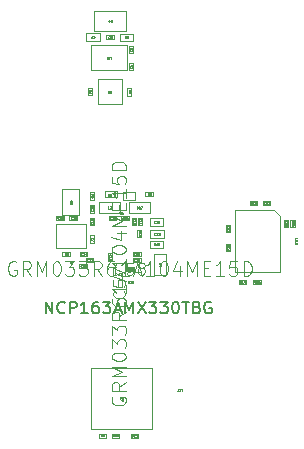
<source format=gbr>
G04 #@! TF.GenerationSoftware,KiCad,Pcbnew,(5.1.6)-1*
G04 #@! TF.CreationDate,2020-11-17T19:43:21-08:00*
G04 #@! TF.ProjectId,Miniscope-v4-Rigid-Flex,4d696e69-7363-46f7-9065-2d76342d5269,rev?*
G04 #@! TF.SameCoordinates,Original*
G04 #@! TF.FileFunction,Other,Fab,Top*
%FSLAX46Y46*%
G04 Gerber Fmt 4.6, Leading zero omitted, Abs format (unit mm)*
G04 Created by KiCad (PCBNEW (5.1.6)-1) date 2020-11-17 19:43:21*
%MOMM*%
%LPD*%
G01*
G04 APERTURE LIST*
%ADD10C,0.120000*%
%ADD11C,0.100000*%
%ADD12C,0.025400*%
%ADD13C,0.150000*%
G04 APERTURE END LIST*
D10*
X105086200Y-115801200D02*
X105726200Y-115801200D01*
X105086200Y-116141200D02*
X105086200Y-115801200D01*
X105726200Y-116141200D02*
X105086200Y-116141200D01*
X105726200Y-115801200D02*
X105726200Y-116141200D01*
X104712600Y-117510400D02*
X104372600Y-117510400D01*
X104372600Y-117510400D02*
X104372600Y-116870400D01*
X104372600Y-116870400D02*
X104712600Y-116870400D01*
X104712600Y-116870400D02*
X104712600Y-117510400D01*
X115251200Y-116868000D02*
X115251200Y-117208000D01*
X115251200Y-117208000D02*
X114611200Y-117208000D01*
X114611200Y-117208000D02*
X114611200Y-116868000D01*
X114611200Y-116868000D02*
X115251200Y-116868000D01*
X115855800Y-117208000D02*
X115855800Y-116868000D01*
X115855800Y-116868000D02*
X116495800Y-116868000D01*
X116495800Y-116868000D02*
X116495800Y-117208000D01*
X116495800Y-117208000D02*
X115855800Y-117208000D01*
X103418600Y-130227400D02*
X102778600Y-130227400D01*
X103418600Y-129887400D02*
X103418600Y-130227400D01*
X102778600Y-129887400D02*
X103418600Y-129887400D01*
X102778600Y-130227400D02*
X102778600Y-129887400D01*
X102156800Y-129528400D02*
X102156800Y-124368400D01*
X107316800Y-129528400D02*
X102156800Y-129528400D01*
X107316800Y-124368400D02*
X107316800Y-129528400D01*
X102156800Y-124368400D02*
X107316800Y-124368400D01*
X116643200Y-110203800D02*
X117283200Y-110203800D01*
X116643200Y-110543800D02*
X116643200Y-110203800D01*
X117283200Y-110543800D02*
X116643200Y-110543800D01*
X117283200Y-110203800D02*
X117283200Y-110543800D01*
X118429200Y-112423800D02*
X118429200Y-111783800D01*
X118769200Y-112423800D02*
X118429200Y-112423800D01*
X118769200Y-111783800D02*
X118769200Y-112423800D01*
X118429200Y-111783800D02*
X118769200Y-111783800D01*
X119013400Y-112423800D02*
X119013400Y-111783800D01*
X119353400Y-112423800D02*
X119013400Y-112423800D01*
X119353400Y-111783800D02*
X119353400Y-112423800D01*
X119013400Y-111783800D02*
X119353400Y-111783800D01*
X115551000Y-110203800D02*
X116191000Y-110203800D01*
X115551000Y-110543800D02*
X115551000Y-110203800D01*
X116191000Y-110543800D02*
X115551000Y-110543800D01*
X116191000Y-110203800D02*
X116191000Y-110543800D01*
X113856600Y-113815800D02*
X113856600Y-114455800D01*
X113516600Y-113815800D02*
X113856600Y-113815800D01*
X113516600Y-114455800D02*
X113516600Y-113815800D01*
X113856600Y-114455800D02*
X113516600Y-114455800D01*
X113552400Y-112855600D02*
X113552400Y-112215600D01*
X113892400Y-112855600D02*
X113552400Y-112855600D01*
X113892400Y-112215600D02*
X113892400Y-112855600D01*
X113552400Y-112215600D02*
X113892400Y-112215600D01*
D11*
X117600200Y-110988600D02*
X118100200Y-111488600D01*
X117600200Y-110988600D02*
X114300200Y-110988600D01*
X114300200Y-110988600D02*
X114300200Y-116188600D01*
X114300200Y-116188600D02*
X118100200Y-116188600D01*
X118100200Y-116188600D02*
X118100200Y-111488600D01*
D10*
X106317000Y-114864600D02*
X105677000Y-114864600D01*
X106317000Y-114524600D02*
X106317000Y-114864600D01*
X105677000Y-114524600D02*
X106317000Y-114524600D01*
X105677000Y-114864600D02*
X105677000Y-114524600D01*
X106055600Y-113262000D02*
X106055600Y-112622000D01*
X106395600Y-113262000D02*
X106055600Y-113262000D01*
X106395600Y-112622000D02*
X106395600Y-113262000D01*
X106055600Y-112622000D02*
X106395600Y-112622000D01*
X105598400Y-112246000D02*
X105598400Y-111606000D01*
X105938400Y-112246000D02*
X105598400Y-112246000D01*
X105938400Y-111606000D02*
X105938400Y-112246000D01*
X105598400Y-111606000D02*
X105938400Y-111606000D01*
X108253400Y-112306800D02*
X107093400Y-112306800D01*
X108253400Y-111646800D02*
X108253400Y-112306800D01*
X107093400Y-111646800D02*
X108253400Y-111646800D01*
X107093400Y-112306800D02*
X107093400Y-111646800D01*
X101770400Y-115906000D02*
X101130400Y-115906000D01*
X101770400Y-115566000D02*
X101770400Y-115906000D01*
X101130400Y-115566000D02*
X101770400Y-115566000D01*
X101130400Y-115906000D02*
X101130400Y-115566000D01*
X101109000Y-111380400D02*
X99709000Y-111380400D01*
X99709000Y-111380400D02*
X99709000Y-109220400D01*
X99709000Y-109220400D02*
X101109000Y-109220400D01*
X101109000Y-109220400D02*
X101109000Y-111380400D01*
X104259600Y-111842000D02*
X103619600Y-111842000D01*
X104259600Y-111502000D02*
X104259600Y-111842000D01*
X103619600Y-111502000D02*
X104259600Y-111502000D01*
X103619600Y-111842000D02*
X103619600Y-111502000D01*
X102067800Y-113744600D02*
X102067800Y-113104600D01*
X102407800Y-113744600D02*
X102067800Y-113744600D01*
X102407800Y-113104600D02*
X102407800Y-113744600D01*
X102067800Y-113104600D02*
X102407800Y-113104600D01*
X103566400Y-115268600D02*
X103566400Y-114628600D01*
X103906400Y-115268600D02*
X103566400Y-115268600D01*
X103906400Y-114628600D02*
X103906400Y-115268600D01*
X103566400Y-114628600D02*
X103906400Y-114628600D01*
X106081000Y-112246000D02*
X106081000Y-111606000D01*
X106421000Y-112246000D02*
X106081000Y-112246000D01*
X106421000Y-111606000D02*
X106421000Y-112246000D01*
X106081000Y-111606000D02*
X106421000Y-111606000D01*
X102067800Y-110087000D02*
X102067800Y-109447000D01*
X102407800Y-110087000D02*
X102067800Y-110087000D01*
X102407800Y-109447000D02*
X102407800Y-110087000D01*
X102067800Y-109447000D02*
X102407800Y-109447000D01*
X102407800Y-111631400D02*
X102407800Y-112271400D01*
X102067800Y-111631400D02*
X102407800Y-111631400D01*
X102067800Y-112271400D02*
X102067800Y-111631400D01*
X102407800Y-112271400D02*
X102067800Y-112271400D01*
X102303800Y-115347200D02*
X101663800Y-115347200D01*
X102303800Y-115007200D02*
X102303800Y-115347200D01*
X101663800Y-115007200D02*
X102303800Y-115007200D01*
X101663800Y-115347200D02*
X101663800Y-115007200D01*
X102407800Y-110539200D02*
X102407800Y-111179200D01*
X102067800Y-110539200D02*
X102407800Y-110539200D01*
X102067800Y-111179200D02*
X102067800Y-110539200D01*
X102407800Y-111179200D02*
X102067800Y-111179200D01*
X106317000Y-115372600D02*
X105677000Y-115372600D01*
X106317000Y-115032600D02*
X106317000Y-115372600D01*
X105677000Y-115032600D02*
X106317000Y-115032600D01*
X105677000Y-115372600D02*
X105677000Y-115032600D01*
X100932200Y-111791200D02*
X100292200Y-111791200D01*
X100932200Y-111451200D02*
X100932200Y-111791200D01*
X100292200Y-111451200D02*
X100932200Y-111451200D01*
X100292200Y-111791200D02*
X100292200Y-111451200D01*
X104686400Y-111502000D02*
X105326400Y-111502000D01*
X104686400Y-111842000D02*
X104686400Y-111502000D01*
X105326400Y-111842000D02*
X104686400Y-111842000D01*
X105326400Y-111502000D02*
X105326400Y-111842000D01*
X107093400Y-114211800D02*
X107093400Y-113551800D01*
X107093400Y-113551800D02*
X108253400Y-113551800D01*
X108253400Y-113551800D02*
X108253400Y-114211800D01*
X108253400Y-114211800D02*
X107093400Y-114211800D01*
X101816800Y-114839200D02*
X101176800Y-114839200D01*
X101816800Y-114499200D02*
X101816800Y-114839200D01*
X101176800Y-114499200D02*
X101816800Y-114499200D01*
X101176800Y-114839200D02*
X101176800Y-114499200D01*
X101714400Y-114200600D02*
X99154400Y-114200600D01*
X101714400Y-112140600D02*
X101714400Y-114200600D01*
X99154400Y-112140600D02*
X101714400Y-112140600D01*
X99154400Y-114200600D02*
X99154400Y-112140600D01*
X107358400Y-109810000D02*
X106718400Y-109810000D01*
X107358400Y-109470000D02*
X107358400Y-109810000D01*
X106718400Y-109470000D02*
X107358400Y-109470000D01*
X106718400Y-109810000D02*
X106718400Y-109470000D01*
X104510800Y-130227400D02*
X103870800Y-130227400D01*
X104510800Y-129887400D02*
X104510800Y-130227400D01*
X103870800Y-129887400D02*
X104510800Y-129887400D01*
X103870800Y-130227400D02*
X103870800Y-129887400D01*
X105467200Y-129890200D02*
X106107200Y-129890200D01*
X105467200Y-130230200D02*
X105467200Y-129890200D01*
X106107200Y-130230200D02*
X105467200Y-130230200D01*
X106107200Y-129890200D02*
X106107200Y-130230200D01*
X99174600Y-111791200D02*
X99174600Y-111451200D01*
X99174600Y-111451200D02*
X99814600Y-111451200D01*
X99814600Y-111451200D02*
X99814600Y-111791200D01*
X99814600Y-111791200D02*
X99174600Y-111791200D01*
X104611000Y-111257600D02*
X102811000Y-111257600D01*
X104611000Y-110257600D02*
X104611000Y-111257600D01*
X102811000Y-110257600D02*
X104611000Y-110257600D01*
X102811000Y-111257600D02*
X102811000Y-110257600D01*
X108497000Y-116453600D02*
X107497000Y-116453600D01*
X107497000Y-116453600D02*
X107497000Y-114653600D01*
X107497000Y-114653600D02*
X108497000Y-114653600D01*
X108497000Y-114653600D02*
X108497000Y-116453600D01*
X105320200Y-111237600D02*
X105320200Y-110277600D01*
X105320200Y-110277600D02*
X107080200Y-110277600D01*
X107080200Y-110277600D02*
X107080200Y-111237600D01*
X107080200Y-111237600D02*
X105320200Y-111237600D01*
X108278800Y-113322800D02*
X107118800Y-113322800D01*
X108278800Y-112662800D02*
X108278800Y-113322800D01*
X107118800Y-112662800D02*
X108278800Y-112662800D01*
X107118800Y-113322800D02*
X107118800Y-112662800D01*
X100348000Y-114864600D02*
X99708000Y-114864600D01*
X100348000Y-114524600D02*
X100348000Y-114864600D01*
X99708000Y-114524600D02*
X100348000Y-114524600D01*
X99708000Y-114864600D02*
X99708000Y-114524600D01*
X104796600Y-109427000D02*
X105876600Y-109427000D01*
X104796600Y-110107000D02*
X104796600Y-109427000D01*
X105876600Y-110107000D02*
X104796600Y-110107000D01*
X105876600Y-109427000D02*
X105876600Y-110107000D01*
D11*
X104087200Y-109353800D02*
X104087200Y-109853800D01*
X104187200Y-109353800D02*
X104187200Y-109853800D01*
X103287200Y-109353800D02*
X104287200Y-109353800D01*
X103287200Y-109853800D02*
X103287200Y-109353800D01*
X104287200Y-109853800D02*
X103287200Y-109853800D01*
X104287200Y-109353800D02*
X104287200Y-109853800D01*
D10*
X102223400Y-100605000D02*
X102223400Y-101245000D01*
X101883400Y-100605000D02*
X102223400Y-100605000D01*
X101883400Y-101245000D02*
X101883400Y-100605000D01*
X102223400Y-101245000D02*
X101883400Y-101245000D01*
X104741000Y-99905800D02*
X104741000Y-101965800D01*
X104741000Y-101965800D02*
X102681000Y-101965800D01*
X102681000Y-101965800D02*
X102681000Y-99905800D01*
X102681000Y-99905800D02*
X104741000Y-99905800D01*
X102103600Y-97030200D02*
X105203600Y-97030200D01*
X102103600Y-99130200D02*
X102103600Y-97030200D01*
X105203600Y-99130200D02*
X102103600Y-99130200D01*
X105203600Y-97030200D02*
X105203600Y-99130200D01*
X105703200Y-98496800D02*
X105703200Y-99136800D01*
X105363200Y-98496800D02*
X105703200Y-98496800D01*
X105363200Y-99136800D02*
X105363200Y-98496800D01*
X105703200Y-99136800D02*
X105363200Y-99136800D01*
X105703200Y-97049000D02*
X105703200Y-97689000D01*
X105363200Y-97049000D02*
X105703200Y-97049000D01*
X105363200Y-97689000D02*
X105363200Y-97049000D01*
X105703200Y-97689000D02*
X105363200Y-97689000D01*
X105210800Y-101270400D02*
X105210800Y-100630400D01*
X105550800Y-101270400D02*
X105210800Y-101270400D01*
X105550800Y-100630400D02*
X105550800Y-101270400D01*
X105210800Y-100630400D02*
X105550800Y-100630400D01*
X105719000Y-96683000D02*
X104559000Y-96683000D01*
X105719000Y-96023000D02*
X105719000Y-96683000D01*
X104559000Y-96023000D02*
X105719000Y-96023000D01*
X104559000Y-96683000D02*
X104559000Y-96023000D01*
X104049800Y-96497600D02*
X103409800Y-96497600D01*
X104049800Y-96157600D02*
X104049800Y-96497600D01*
X103409800Y-96157600D02*
X104049800Y-96157600D01*
X103409800Y-96497600D02*
X103409800Y-96157600D01*
X105095200Y-94116000D02*
X105095200Y-95796000D01*
X105095200Y-95796000D02*
X102415200Y-95796000D01*
X102415200Y-95796000D02*
X102415200Y-94116000D01*
X102415200Y-94116000D02*
X105095200Y-94116000D01*
X101702000Y-95997600D02*
X102862000Y-95997600D01*
X101702000Y-96657600D02*
X101702000Y-95997600D01*
X102862000Y-96657600D02*
X101702000Y-96657600D01*
X102862000Y-95997600D02*
X102862000Y-96657600D01*
D12*
X105240066Y-116940032D02*
X105240066Y-117083965D01*
X105248533Y-117100899D01*
X105257000Y-117109365D01*
X105273933Y-117117832D01*
X105307800Y-117117832D01*
X105324733Y-117109365D01*
X105333200Y-117100899D01*
X105341666Y-117083965D01*
X105341666Y-116940032D01*
X105519466Y-117117832D02*
X105417866Y-117117832D01*
X105468666Y-117117832D02*
X105468666Y-116940032D01*
X105451733Y-116965432D01*
X105434800Y-116982365D01*
X105417866Y-116990832D01*
X105629533Y-116940032D02*
X105646466Y-116940032D01*
X105663400Y-116948499D01*
X105671866Y-116956965D01*
X105680333Y-116973899D01*
X105688800Y-117007765D01*
X105688800Y-117050099D01*
X105680333Y-117083965D01*
X105671866Y-117100899D01*
X105663400Y-117109365D01*
X105646466Y-117117832D01*
X105629533Y-117117832D01*
X105612600Y-117109365D01*
X105604133Y-117100899D01*
X105595666Y-117083965D01*
X105587200Y-117050099D01*
X105587200Y-117007765D01*
X105595666Y-116973899D01*
X105604133Y-116956965D01*
X105612600Y-116948499D01*
X105629533Y-116940032D01*
D13*
X98281600Y-119714980D02*
X98281600Y-118714980D01*
X98853028Y-119714980D01*
X98853028Y-118714980D01*
X99900647Y-119619742D02*
X99853028Y-119667361D01*
X99710171Y-119714980D01*
X99614933Y-119714980D01*
X99472076Y-119667361D01*
X99376838Y-119572123D01*
X99329219Y-119476885D01*
X99281600Y-119286409D01*
X99281600Y-119143552D01*
X99329219Y-118953076D01*
X99376838Y-118857838D01*
X99472076Y-118762600D01*
X99614933Y-118714980D01*
X99710171Y-118714980D01*
X99853028Y-118762600D01*
X99900647Y-118810219D01*
X100329219Y-119714980D02*
X100329219Y-118714980D01*
X100710171Y-118714980D01*
X100805409Y-118762600D01*
X100853028Y-118810219D01*
X100900647Y-118905457D01*
X100900647Y-119048314D01*
X100853028Y-119143552D01*
X100805409Y-119191171D01*
X100710171Y-119238790D01*
X100329219Y-119238790D01*
X101853028Y-119714980D02*
X101281600Y-119714980D01*
X101567314Y-119714980D02*
X101567314Y-118714980D01*
X101472076Y-118857838D01*
X101376838Y-118953076D01*
X101281600Y-119000695D01*
X102710171Y-118714980D02*
X102519695Y-118714980D01*
X102424457Y-118762600D01*
X102376838Y-118810219D01*
X102281600Y-118953076D01*
X102233980Y-119143552D01*
X102233980Y-119524504D01*
X102281600Y-119619742D01*
X102329219Y-119667361D01*
X102424457Y-119714980D01*
X102614933Y-119714980D01*
X102710171Y-119667361D01*
X102757790Y-119619742D01*
X102805409Y-119524504D01*
X102805409Y-119286409D01*
X102757790Y-119191171D01*
X102710171Y-119143552D01*
X102614933Y-119095933D01*
X102424457Y-119095933D01*
X102329219Y-119143552D01*
X102281600Y-119191171D01*
X102233980Y-119286409D01*
X103138742Y-118714980D02*
X103757790Y-118714980D01*
X103424457Y-119095933D01*
X103567314Y-119095933D01*
X103662552Y-119143552D01*
X103710171Y-119191171D01*
X103757790Y-119286409D01*
X103757790Y-119524504D01*
X103710171Y-119619742D01*
X103662552Y-119667361D01*
X103567314Y-119714980D01*
X103281600Y-119714980D01*
X103186361Y-119667361D01*
X103138742Y-119619742D01*
X104138742Y-119429266D02*
X104614933Y-119429266D01*
X104043504Y-119714980D02*
X104376838Y-118714980D01*
X104710171Y-119714980D01*
X105043504Y-119714980D02*
X105043504Y-118714980D01*
X105376838Y-119429266D01*
X105710171Y-118714980D01*
X105710171Y-119714980D01*
X106091123Y-118714980D02*
X106757790Y-119714980D01*
X106757790Y-118714980D02*
X106091123Y-119714980D01*
X107043504Y-118714980D02*
X107662552Y-118714980D01*
X107329219Y-119095933D01*
X107472076Y-119095933D01*
X107567314Y-119143552D01*
X107614933Y-119191171D01*
X107662552Y-119286409D01*
X107662552Y-119524504D01*
X107614933Y-119619742D01*
X107567314Y-119667361D01*
X107472076Y-119714980D01*
X107186361Y-119714980D01*
X107091123Y-119667361D01*
X107043504Y-119619742D01*
X107995885Y-118714980D02*
X108614933Y-118714980D01*
X108281600Y-119095933D01*
X108424457Y-119095933D01*
X108519695Y-119143552D01*
X108567314Y-119191171D01*
X108614933Y-119286409D01*
X108614933Y-119524504D01*
X108567314Y-119619742D01*
X108519695Y-119667361D01*
X108424457Y-119714980D01*
X108138742Y-119714980D01*
X108043504Y-119667361D01*
X107995885Y-119619742D01*
X109233980Y-118714980D02*
X109329219Y-118714980D01*
X109424457Y-118762600D01*
X109472076Y-118810219D01*
X109519695Y-118905457D01*
X109567314Y-119095933D01*
X109567314Y-119334028D01*
X109519695Y-119524504D01*
X109472076Y-119619742D01*
X109424457Y-119667361D01*
X109329219Y-119714980D01*
X109233980Y-119714980D01*
X109138742Y-119667361D01*
X109091123Y-119619742D01*
X109043504Y-119524504D01*
X108995885Y-119334028D01*
X108995885Y-119095933D01*
X109043504Y-118905457D01*
X109091123Y-118810219D01*
X109138742Y-118762600D01*
X109233980Y-118714980D01*
X109853028Y-118714980D02*
X110424457Y-118714980D01*
X110138742Y-119714980D02*
X110138742Y-118714980D01*
X111091123Y-119191171D02*
X111233980Y-119238790D01*
X111281600Y-119286409D01*
X111329219Y-119381647D01*
X111329219Y-119524504D01*
X111281600Y-119619742D01*
X111233980Y-119667361D01*
X111138742Y-119714980D01*
X110757790Y-119714980D01*
X110757790Y-118714980D01*
X111091123Y-118714980D01*
X111186361Y-118762600D01*
X111233980Y-118810219D01*
X111281600Y-118905457D01*
X111281600Y-119000695D01*
X111233980Y-119095933D01*
X111186361Y-119143552D01*
X111091123Y-119191171D01*
X110757790Y-119191171D01*
X112281600Y-118762600D02*
X112186361Y-118714980D01*
X112043504Y-118714980D01*
X111900647Y-118762600D01*
X111805409Y-118857838D01*
X111757790Y-118953076D01*
X111710171Y-119143552D01*
X111710171Y-119286409D01*
X111757790Y-119476885D01*
X111805409Y-119572123D01*
X111900647Y-119667361D01*
X112043504Y-119714980D01*
X112138742Y-119714980D01*
X112281600Y-119667361D01*
X112329219Y-119619742D01*
X112329219Y-119286409D01*
X112138742Y-119286409D01*
D11*
X104763342Y-116328342D02*
X104715723Y-116375961D01*
X104572866Y-116423580D01*
X104477628Y-116423580D01*
X104334771Y-116375961D01*
X104239533Y-116280723D01*
X104191914Y-116185485D01*
X104144295Y-115995009D01*
X104144295Y-115852152D01*
X104191914Y-115661676D01*
X104239533Y-115566438D01*
X104334771Y-115471200D01*
X104477628Y-115423580D01*
X104572866Y-115423580D01*
X104715723Y-115471200D01*
X104763342Y-115518819D01*
X105668104Y-115423580D02*
X105191914Y-115423580D01*
X105144295Y-115899771D01*
X105191914Y-115852152D01*
X105287152Y-115804533D01*
X105525247Y-115804533D01*
X105620485Y-115852152D01*
X105668104Y-115899771D01*
X105715723Y-115995009D01*
X105715723Y-116233104D01*
X105668104Y-116328342D01*
X105620485Y-116375961D01*
X105525247Y-116423580D01*
X105287152Y-116423580D01*
X105191914Y-116375961D01*
X105144295Y-116328342D01*
X106287152Y-115852152D02*
X106191914Y-115804533D01*
X106144295Y-115756914D01*
X106096676Y-115661676D01*
X106096676Y-115614057D01*
X106144295Y-115518819D01*
X106191914Y-115471200D01*
X106287152Y-115423580D01*
X106477628Y-115423580D01*
X106572866Y-115471200D01*
X106620485Y-115518819D01*
X106668104Y-115614057D01*
X106668104Y-115661676D01*
X106620485Y-115756914D01*
X106572866Y-115804533D01*
X106477628Y-115852152D01*
X106287152Y-115852152D01*
X106191914Y-115899771D01*
X106144295Y-115947390D01*
X106096676Y-116042628D01*
X106096676Y-116233104D01*
X106144295Y-116328342D01*
X106191914Y-116375961D01*
X106287152Y-116423580D01*
X106477628Y-116423580D01*
X106572866Y-116375961D01*
X106620485Y-116328342D01*
X106668104Y-116233104D01*
X106668104Y-116042628D01*
X106620485Y-115947390D01*
X106572866Y-115899771D01*
X106477628Y-115852152D01*
D10*
X95777628Y-115371200D02*
X95663342Y-115314057D01*
X95491914Y-115314057D01*
X95320485Y-115371200D01*
X95206200Y-115485485D01*
X95149057Y-115599771D01*
X95091914Y-115828342D01*
X95091914Y-115999771D01*
X95149057Y-116228342D01*
X95206200Y-116342628D01*
X95320485Y-116456914D01*
X95491914Y-116514057D01*
X95606200Y-116514057D01*
X95777628Y-116456914D01*
X95834771Y-116399771D01*
X95834771Y-115999771D01*
X95606200Y-115999771D01*
X97034771Y-116514057D02*
X96634771Y-115942628D01*
X96349057Y-116514057D02*
X96349057Y-115314057D01*
X96806200Y-115314057D01*
X96920485Y-115371200D01*
X96977628Y-115428342D01*
X97034771Y-115542628D01*
X97034771Y-115714057D01*
X96977628Y-115828342D01*
X96920485Y-115885485D01*
X96806200Y-115942628D01*
X96349057Y-115942628D01*
X97549057Y-116514057D02*
X97549057Y-115314057D01*
X97949057Y-116171200D01*
X98349057Y-115314057D01*
X98349057Y-116514057D01*
X99149057Y-115314057D02*
X99263342Y-115314057D01*
X99377628Y-115371200D01*
X99434771Y-115428342D01*
X99491914Y-115542628D01*
X99549057Y-115771200D01*
X99549057Y-116056914D01*
X99491914Y-116285485D01*
X99434771Y-116399771D01*
X99377628Y-116456914D01*
X99263342Y-116514057D01*
X99149057Y-116514057D01*
X99034771Y-116456914D01*
X98977628Y-116399771D01*
X98920485Y-116285485D01*
X98863342Y-116056914D01*
X98863342Y-115771200D01*
X98920485Y-115542628D01*
X98977628Y-115428342D01*
X99034771Y-115371200D01*
X99149057Y-115314057D01*
X99949057Y-115314057D02*
X100691914Y-115314057D01*
X100291914Y-115771200D01*
X100463342Y-115771200D01*
X100577628Y-115828342D01*
X100634771Y-115885485D01*
X100691914Y-115999771D01*
X100691914Y-116285485D01*
X100634771Y-116399771D01*
X100577628Y-116456914D01*
X100463342Y-116514057D01*
X100120485Y-116514057D01*
X100006200Y-116456914D01*
X99949057Y-116399771D01*
X101091914Y-115314057D02*
X101834771Y-115314057D01*
X101434771Y-115771200D01*
X101606200Y-115771200D01*
X101720485Y-115828342D01*
X101777628Y-115885485D01*
X101834771Y-115999771D01*
X101834771Y-116285485D01*
X101777628Y-116399771D01*
X101720485Y-116456914D01*
X101606200Y-116514057D01*
X101263342Y-116514057D01*
X101149057Y-116456914D01*
X101091914Y-116399771D01*
X103034771Y-116514057D02*
X102634771Y-115942628D01*
X102349057Y-116514057D02*
X102349057Y-115314057D01*
X102806200Y-115314057D01*
X102920485Y-115371200D01*
X102977628Y-115428342D01*
X103034771Y-115542628D01*
X103034771Y-115714057D01*
X102977628Y-115828342D01*
X102920485Y-115885485D01*
X102806200Y-115942628D01*
X102349057Y-115942628D01*
X104063342Y-115314057D02*
X103834771Y-115314057D01*
X103720485Y-115371200D01*
X103663342Y-115428342D01*
X103549057Y-115599771D01*
X103491914Y-115828342D01*
X103491914Y-116285485D01*
X103549057Y-116399771D01*
X103606200Y-116456914D01*
X103720485Y-116514057D01*
X103949057Y-116514057D01*
X104063342Y-116456914D01*
X104120485Y-116399771D01*
X104177628Y-116285485D01*
X104177628Y-115999771D01*
X104120485Y-115885485D01*
X104063342Y-115828342D01*
X103949057Y-115771200D01*
X103720485Y-115771200D01*
X103606200Y-115828342D01*
X103549057Y-115885485D01*
X103491914Y-115999771D01*
X105320485Y-116514057D02*
X104634771Y-116514057D01*
X104977628Y-116514057D02*
X104977628Y-115314057D01*
X104863342Y-115485485D01*
X104749057Y-115599771D01*
X104634771Y-115656914D01*
X105777628Y-116171200D02*
X106349057Y-116171200D01*
X105663342Y-116514057D02*
X106063342Y-115314057D01*
X106463342Y-116514057D01*
X107491914Y-116514057D02*
X106806200Y-116514057D01*
X107149057Y-116514057D02*
X107149057Y-115314057D01*
X107034771Y-115485485D01*
X106920485Y-115599771D01*
X106806200Y-115656914D01*
X108234771Y-115314057D02*
X108349057Y-115314057D01*
X108463342Y-115371200D01*
X108520485Y-115428342D01*
X108577628Y-115542628D01*
X108634771Y-115771200D01*
X108634771Y-116056914D01*
X108577628Y-116285485D01*
X108520485Y-116399771D01*
X108463342Y-116456914D01*
X108349057Y-116514057D01*
X108234771Y-116514057D01*
X108120485Y-116456914D01*
X108063342Y-116399771D01*
X108006199Y-116285485D01*
X107949057Y-116056914D01*
X107949057Y-115771200D01*
X108006199Y-115542628D01*
X108063342Y-115428342D01*
X108120485Y-115371200D01*
X108234771Y-115314057D01*
X109663342Y-115714057D02*
X109663342Y-116514057D01*
X109377628Y-115256914D02*
X109091914Y-116114057D01*
X109834771Y-116114057D01*
X110291914Y-116514057D02*
X110291914Y-115314057D01*
X110691914Y-116171200D01*
X111091914Y-115314057D01*
X111091914Y-116514057D01*
X111663342Y-115885485D02*
X112063342Y-115885485D01*
X112234771Y-116514057D02*
X111663342Y-116514057D01*
X111663342Y-115314057D01*
X112234771Y-115314057D01*
X113377628Y-116514057D02*
X112691914Y-116514057D01*
X113034771Y-116514057D02*
X113034771Y-115314057D01*
X112920485Y-115485485D01*
X112806199Y-115599771D01*
X112691914Y-115656914D01*
X114463342Y-115314057D02*
X113891914Y-115314057D01*
X113834771Y-115885485D01*
X113891914Y-115828342D01*
X114006199Y-115771200D01*
X114291914Y-115771200D01*
X114406199Y-115828342D01*
X114463342Y-115885485D01*
X114520485Y-115999771D01*
X114520485Y-116285485D01*
X114463342Y-116399771D01*
X114406199Y-116456914D01*
X114291914Y-116514057D01*
X114006199Y-116514057D01*
X113891914Y-116456914D01*
X113834771Y-116399771D01*
X115034771Y-116514057D02*
X115034771Y-115314057D01*
X115320485Y-115314057D01*
X115491914Y-115371200D01*
X115606199Y-115485485D01*
X115663342Y-115599771D01*
X115720485Y-115828342D01*
X115720485Y-115999771D01*
X115663342Y-116228342D01*
X115606199Y-116342628D01*
X115491914Y-116456914D01*
X115320485Y-116514057D01*
X115034771Y-116514057D01*
D12*
X105291900Y-116034700D02*
X105283433Y-116043166D01*
X105258033Y-116051633D01*
X105241100Y-116051633D01*
X105215700Y-116043166D01*
X105198766Y-116026233D01*
X105190300Y-116009300D01*
X105181833Y-115975433D01*
X105181833Y-115950033D01*
X105190300Y-115916166D01*
X105198766Y-115899233D01*
X105215700Y-115882300D01*
X105241100Y-115873833D01*
X105258033Y-115873833D01*
X105283433Y-115882300D01*
X105291900Y-115890766D01*
X105452766Y-115873833D02*
X105368100Y-115873833D01*
X105359633Y-115958500D01*
X105368100Y-115950033D01*
X105385033Y-115941566D01*
X105427366Y-115941566D01*
X105444300Y-115950033D01*
X105452766Y-115958500D01*
X105461233Y-115975433D01*
X105461233Y-116017766D01*
X105452766Y-116034700D01*
X105444300Y-116043166D01*
X105427366Y-116051633D01*
X105385033Y-116051633D01*
X105368100Y-116043166D01*
X105359633Y-116034700D01*
X105562833Y-115950033D02*
X105545900Y-115941566D01*
X105537433Y-115933100D01*
X105528966Y-115916166D01*
X105528966Y-115907700D01*
X105537433Y-115890766D01*
X105545900Y-115882300D01*
X105562833Y-115873833D01*
X105596700Y-115873833D01*
X105613633Y-115882300D01*
X105622100Y-115890766D01*
X105630566Y-115907700D01*
X105630566Y-115916166D01*
X105622100Y-115933100D01*
X105613633Y-115941566D01*
X105596700Y-115950033D01*
X105562833Y-115950033D01*
X105545900Y-115958500D01*
X105537433Y-115966966D01*
X105528966Y-115983900D01*
X105528966Y-116017766D01*
X105537433Y-116034700D01*
X105545900Y-116043166D01*
X105562833Y-116051633D01*
X105596700Y-116051633D01*
X105613633Y-116043166D01*
X105622100Y-116034700D01*
X105630566Y-116017766D01*
X105630566Y-115983900D01*
X105622100Y-115966966D01*
X105613633Y-115958500D01*
X105596700Y-115950033D01*
D11*
X104899742Y-117833257D02*
X104947361Y-117880876D01*
X104994980Y-118023733D01*
X104994980Y-118118971D01*
X104947361Y-118261828D01*
X104852123Y-118357066D01*
X104756885Y-118404685D01*
X104566409Y-118452304D01*
X104423552Y-118452304D01*
X104233076Y-118404685D01*
X104137838Y-118357066D01*
X104042600Y-118261828D01*
X103994980Y-118118971D01*
X103994980Y-118023733D01*
X104042600Y-117880876D01*
X104090219Y-117833257D01*
X103994980Y-116928495D02*
X103994980Y-117404685D01*
X104471171Y-117452304D01*
X104423552Y-117404685D01*
X104375933Y-117309447D01*
X104375933Y-117071352D01*
X104423552Y-116976114D01*
X104471171Y-116928495D01*
X104566409Y-116880876D01*
X104804504Y-116880876D01*
X104899742Y-116928495D01*
X104947361Y-116976114D01*
X104994980Y-117071352D01*
X104994980Y-117309447D01*
X104947361Y-117404685D01*
X104899742Y-117452304D01*
X103994980Y-116547542D02*
X103994980Y-115880876D01*
X104994980Y-116309447D01*
D10*
X103942600Y-126818971D02*
X103885457Y-126933257D01*
X103885457Y-127104685D01*
X103942600Y-127276114D01*
X104056885Y-127390400D01*
X104171171Y-127447542D01*
X104399742Y-127504685D01*
X104571171Y-127504685D01*
X104799742Y-127447542D01*
X104914028Y-127390400D01*
X105028314Y-127276114D01*
X105085457Y-127104685D01*
X105085457Y-126990400D01*
X105028314Y-126818971D01*
X104971171Y-126761828D01*
X104571171Y-126761828D01*
X104571171Y-126990400D01*
X105085457Y-125561828D02*
X104514028Y-125961828D01*
X105085457Y-126247542D02*
X103885457Y-126247542D01*
X103885457Y-125790400D01*
X103942600Y-125676114D01*
X103999742Y-125618971D01*
X104114028Y-125561828D01*
X104285457Y-125561828D01*
X104399742Y-125618971D01*
X104456885Y-125676114D01*
X104514028Y-125790400D01*
X104514028Y-126247542D01*
X105085457Y-125047542D02*
X103885457Y-125047542D01*
X104742600Y-124647542D01*
X103885457Y-124247542D01*
X105085457Y-124247542D01*
X103885457Y-123447542D02*
X103885457Y-123333257D01*
X103942600Y-123218971D01*
X103999742Y-123161828D01*
X104114028Y-123104685D01*
X104342600Y-123047542D01*
X104628314Y-123047542D01*
X104856885Y-123104685D01*
X104971171Y-123161828D01*
X105028314Y-123218971D01*
X105085457Y-123333257D01*
X105085457Y-123447542D01*
X105028314Y-123561828D01*
X104971171Y-123618971D01*
X104856885Y-123676114D01*
X104628314Y-123733257D01*
X104342600Y-123733257D01*
X104114028Y-123676114D01*
X103999742Y-123618971D01*
X103942600Y-123561828D01*
X103885457Y-123447542D01*
X103885457Y-122647542D02*
X103885457Y-121904685D01*
X104342600Y-122304685D01*
X104342600Y-122133257D01*
X104399742Y-122018971D01*
X104456885Y-121961828D01*
X104571171Y-121904685D01*
X104856885Y-121904685D01*
X104971171Y-121961828D01*
X105028314Y-122018971D01*
X105085457Y-122133257D01*
X105085457Y-122476114D01*
X105028314Y-122590400D01*
X104971171Y-122647542D01*
X103885457Y-121504685D02*
X103885457Y-120761828D01*
X104342600Y-121161828D01*
X104342600Y-120990400D01*
X104399742Y-120876114D01*
X104456885Y-120818971D01*
X104571171Y-120761828D01*
X104856885Y-120761828D01*
X104971171Y-120818971D01*
X105028314Y-120876114D01*
X105085457Y-120990400D01*
X105085457Y-121333257D01*
X105028314Y-121447542D01*
X104971171Y-121504685D01*
X105085457Y-119561828D02*
X104514028Y-119961828D01*
X105085457Y-120247542D02*
X103885457Y-120247542D01*
X103885457Y-119790400D01*
X103942600Y-119676114D01*
X103999742Y-119618971D01*
X104114028Y-119561828D01*
X104285457Y-119561828D01*
X104399742Y-119618971D01*
X104456885Y-119676114D01*
X104514028Y-119790400D01*
X104514028Y-120247542D01*
X103885457Y-118533257D02*
X103885457Y-118761828D01*
X103942600Y-118876114D01*
X103999742Y-118933257D01*
X104171171Y-119047542D01*
X104399742Y-119104685D01*
X104856885Y-119104685D01*
X104971171Y-119047542D01*
X105028314Y-118990400D01*
X105085457Y-118876114D01*
X105085457Y-118647542D01*
X105028314Y-118533257D01*
X104971171Y-118476114D01*
X104856885Y-118418971D01*
X104571171Y-118418971D01*
X104456885Y-118476114D01*
X104399742Y-118533257D01*
X104342600Y-118647542D01*
X104342600Y-118876114D01*
X104399742Y-118990400D01*
X104456885Y-119047542D01*
X104571171Y-119104685D01*
X105085457Y-117276114D02*
X105085457Y-117961828D01*
X105085457Y-117618971D02*
X103885457Y-117618971D01*
X104056885Y-117733257D01*
X104171171Y-117847542D01*
X104228314Y-117961828D01*
X104742600Y-116818971D02*
X104742600Y-116247542D01*
X105085457Y-116933257D02*
X103885457Y-116533257D01*
X105085457Y-116133257D01*
X105085457Y-115104685D02*
X105085457Y-115790400D01*
X105085457Y-115447542D02*
X103885457Y-115447542D01*
X104056885Y-115561828D01*
X104171171Y-115676114D01*
X104228314Y-115790400D01*
X103885457Y-114361828D02*
X103885457Y-114247542D01*
X103942600Y-114133257D01*
X103999742Y-114076114D01*
X104114028Y-114018971D01*
X104342600Y-113961828D01*
X104628314Y-113961828D01*
X104856885Y-114018971D01*
X104971171Y-114076114D01*
X105028314Y-114133257D01*
X105085457Y-114247542D01*
X105085457Y-114361828D01*
X105028314Y-114476114D01*
X104971171Y-114533257D01*
X104856885Y-114590400D01*
X104628314Y-114647542D01*
X104342600Y-114647542D01*
X104114028Y-114590400D01*
X103999742Y-114533257D01*
X103942600Y-114476114D01*
X103885457Y-114361828D01*
X104285457Y-112933257D02*
X105085457Y-112933257D01*
X103828314Y-113218971D02*
X104685457Y-113504685D01*
X104685457Y-112761828D01*
X105085457Y-112304685D02*
X103885457Y-112304685D01*
X104742600Y-111904685D01*
X103885457Y-111504685D01*
X105085457Y-111504685D01*
X104456885Y-110933257D02*
X104456885Y-110533257D01*
X105085457Y-110361828D02*
X105085457Y-110933257D01*
X103885457Y-110933257D01*
X103885457Y-110361828D01*
X105085457Y-109218971D02*
X105085457Y-109904685D01*
X105085457Y-109561828D02*
X103885457Y-109561828D01*
X104056885Y-109676114D01*
X104171171Y-109790400D01*
X104228314Y-109904685D01*
X103885457Y-108133257D02*
X103885457Y-108704685D01*
X104456885Y-108761828D01*
X104399742Y-108704685D01*
X104342600Y-108590400D01*
X104342600Y-108304685D01*
X104399742Y-108190400D01*
X104456885Y-108133257D01*
X104571171Y-108076114D01*
X104856885Y-108076114D01*
X104971171Y-108133257D01*
X105028314Y-108190400D01*
X105085457Y-108304685D01*
X105085457Y-108590400D01*
X105028314Y-108704685D01*
X104971171Y-108761828D01*
X105085457Y-107561828D02*
X103885457Y-107561828D01*
X103885457Y-107276114D01*
X103942600Y-107104685D01*
X104056885Y-106990400D01*
X104171171Y-106933257D01*
X104399742Y-106876114D01*
X104571171Y-106876114D01*
X104799742Y-106933257D01*
X104914028Y-106990400D01*
X105028314Y-107104685D01*
X105085457Y-107276114D01*
X105085457Y-107561828D01*
D12*
X105418900Y-116136300D02*
X105427366Y-116144766D01*
X105435833Y-116170166D01*
X105435833Y-116187100D01*
X105427366Y-116212500D01*
X105410433Y-116229433D01*
X105393500Y-116237900D01*
X105359633Y-116246366D01*
X105334233Y-116246366D01*
X105300366Y-116237900D01*
X105283433Y-116229433D01*
X105266500Y-116212500D01*
X105258033Y-116187100D01*
X105258033Y-116170166D01*
X105266500Y-116144766D01*
X105274966Y-116136300D01*
X105258033Y-115975433D02*
X105258033Y-116060100D01*
X105342700Y-116068566D01*
X105334233Y-116060100D01*
X105325766Y-116043166D01*
X105325766Y-116000833D01*
X105334233Y-115983900D01*
X105342700Y-115975433D01*
X105359633Y-115966966D01*
X105401966Y-115966966D01*
X105418900Y-115975433D01*
X105427366Y-115983900D01*
X105435833Y-116000833D01*
X105435833Y-116043166D01*
X105427366Y-116060100D01*
X105418900Y-116068566D01*
X105258033Y-115907700D02*
X105258033Y-115789166D01*
X105435833Y-115865366D01*
X114816900Y-117118433D02*
X114757633Y-117033766D01*
X114715300Y-117118433D02*
X114715300Y-116940633D01*
X114783033Y-116940633D01*
X114799966Y-116949100D01*
X114808433Y-116957566D01*
X114816900Y-116974500D01*
X114816900Y-116999900D01*
X114808433Y-117016833D01*
X114799966Y-117025300D01*
X114783033Y-117033766D01*
X114715300Y-117033766D01*
X114986233Y-117118433D02*
X114884633Y-117118433D01*
X114935433Y-117118433D02*
X114935433Y-116940633D01*
X114918500Y-116966033D01*
X114901566Y-116982966D01*
X114884633Y-116991433D01*
X115138633Y-116999900D02*
X115138633Y-117118433D01*
X115096300Y-116932166D02*
X115053966Y-117059166D01*
X115164033Y-117059166D01*
X116061500Y-117101500D02*
X116053033Y-117109966D01*
X116027633Y-117118433D01*
X116010700Y-117118433D01*
X115985300Y-117109966D01*
X115968366Y-117093033D01*
X115959900Y-117076100D01*
X115951433Y-117042233D01*
X115951433Y-117016833D01*
X115959900Y-116982966D01*
X115968366Y-116966033D01*
X115985300Y-116949100D01*
X116010700Y-116940633D01*
X116027633Y-116940633D01*
X116053033Y-116949100D01*
X116061500Y-116957566D01*
X116222366Y-116940633D02*
X116137700Y-116940633D01*
X116129233Y-117025300D01*
X116137700Y-117016833D01*
X116154633Y-117008366D01*
X116196966Y-117008366D01*
X116213900Y-117016833D01*
X116222366Y-117025300D01*
X116230833Y-117042233D01*
X116230833Y-117084566D01*
X116222366Y-117101500D01*
X116213900Y-117109966D01*
X116196966Y-117118433D01*
X116154633Y-117118433D01*
X116137700Y-117109966D01*
X116129233Y-117101500D01*
X116383233Y-116940633D02*
X116349366Y-116940633D01*
X116332433Y-116949100D01*
X116323966Y-116957566D01*
X116307033Y-116982966D01*
X116298566Y-117016833D01*
X116298566Y-117084566D01*
X116307033Y-117101500D01*
X116315500Y-117109966D01*
X116332433Y-117118433D01*
X116366300Y-117118433D01*
X116383233Y-117109966D01*
X116391700Y-117101500D01*
X116400166Y-117084566D01*
X116400166Y-117042233D01*
X116391700Y-117025300D01*
X116383233Y-117016833D01*
X116366300Y-117008366D01*
X116332433Y-117008366D01*
X116315500Y-117016833D01*
X116307033Y-117025300D01*
X116298566Y-117042233D01*
X103068966Y-130137833D02*
X103009700Y-130053166D01*
X102967366Y-130137833D02*
X102967366Y-129960033D01*
X103035100Y-129960033D01*
X103052033Y-129968500D01*
X103060500Y-129976966D01*
X103068966Y-129993900D01*
X103068966Y-130019300D01*
X103060500Y-130036233D01*
X103052033Y-130044700D01*
X103035100Y-130053166D01*
X102967366Y-130053166D01*
X103153633Y-130137833D02*
X103187500Y-130137833D01*
X103204433Y-130129366D01*
X103212900Y-130120900D01*
X103229833Y-130095500D01*
X103238300Y-130061633D01*
X103238300Y-129993900D01*
X103229833Y-129976966D01*
X103221366Y-129968500D01*
X103204433Y-129960033D01*
X103170566Y-129960033D01*
X103153633Y-129968500D01*
X103145166Y-129976966D01*
X103136700Y-129993900D01*
X103136700Y-130036233D01*
X103145166Y-130053166D01*
X103153633Y-130061633D01*
X103170566Y-130070100D01*
X103204433Y-130070100D01*
X103221366Y-130061633D01*
X103229833Y-130053166D01*
X103238300Y-130036233D01*
X104834166Y-126812933D02*
X104690233Y-126812933D01*
X104673300Y-126821400D01*
X104664833Y-126829866D01*
X104656366Y-126846800D01*
X104656366Y-126880666D01*
X104664833Y-126897600D01*
X104673300Y-126906066D01*
X104690233Y-126914533D01*
X104834166Y-126914533D01*
X104656366Y-127007666D02*
X104656366Y-127041533D01*
X104664833Y-127058466D01*
X104673300Y-127066933D01*
X104698700Y-127083866D01*
X104732566Y-127092333D01*
X104800300Y-127092333D01*
X104817233Y-127083866D01*
X104825700Y-127075400D01*
X104834166Y-127058466D01*
X104834166Y-127024600D01*
X104825700Y-127007666D01*
X104817233Y-126999200D01*
X104800300Y-126990733D01*
X104757966Y-126990733D01*
X104741033Y-126999200D01*
X104732566Y-127007666D01*
X104724100Y-127024600D01*
X104724100Y-127058466D01*
X104732566Y-127075400D01*
X104741033Y-127083866D01*
X104757966Y-127092333D01*
X109505866Y-126079433D02*
X109505866Y-126206433D01*
X109497400Y-126231833D01*
X109480466Y-126248766D01*
X109455066Y-126257233D01*
X109438133Y-126257233D01*
X109683666Y-126257233D02*
X109582066Y-126257233D01*
X109632866Y-126257233D02*
X109632866Y-126079433D01*
X109615933Y-126104833D01*
X109599000Y-126121766D01*
X109582066Y-126130233D01*
X109742933Y-126079433D02*
X109861466Y-126079433D01*
X109785266Y-126257233D01*
X117077500Y-110310300D02*
X117085966Y-110301833D01*
X117111366Y-110293366D01*
X117128300Y-110293366D01*
X117153700Y-110301833D01*
X117170633Y-110318766D01*
X117179100Y-110335700D01*
X117187566Y-110369566D01*
X117187566Y-110394966D01*
X117179100Y-110428833D01*
X117170633Y-110445766D01*
X117153700Y-110462700D01*
X117128300Y-110471166D01*
X117111366Y-110471166D01*
X117085966Y-110462700D01*
X117077500Y-110454233D01*
X116916633Y-110471166D02*
X117001300Y-110471166D01*
X117009766Y-110386500D01*
X117001300Y-110394966D01*
X116984366Y-110403433D01*
X116942033Y-110403433D01*
X116925100Y-110394966D01*
X116916633Y-110386500D01*
X116908166Y-110369566D01*
X116908166Y-110327233D01*
X116916633Y-110310300D01*
X116925100Y-110301833D01*
X116942033Y-110293366D01*
X116984366Y-110293366D01*
X117001300Y-110301833D01*
X117009766Y-110310300D01*
X116840433Y-110454233D02*
X116831966Y-110462700D01*
X116815033Y-110471166D01*
X116772700Y-110471166D01*
X116755766Y-110462700D01*
X116747300Y-110454233D01*
X116738833Y-110437300D01*
X116738833Y-110420366D01*
X116747300Y-110394966D01*
X116848900Y-110293366D01*
X116738833Y-110293366D01*
X118535700Y-111989500D02*
X118527233Y-111981033D01*
X118518766Y-111955633D01*
X118518766Y-111938700D01*
X118527233Y-111913300D01*
X118544166Y-111896366D01*
X118561100Y-111887900D01*
X118594966Y-111879433D01*
X118620366Y-111879433D01*
X118654233Y-111887900D01*
X118671166Y-111896366D01*
X118688100Y-111913300D01*
X118696566Y-111938700D01*
X118696566Y-111955633D01*
X118688100Y-111981033D01*
X118679633Y-111989500D01*
X118696566Y-112150366D02*
X118696566Y-112065700D01*
X118611900Y-112057233D01*
X118620366Y-112065700D01*
X118628833Y-112082633D01*
X118628833Y-112124966D01*
X118620366Y-112141900D01*
X118611900Y-112150366D01*
X118594966Y-112158833D01*
X118552633Y-112158833D01*
X118535700Y-112150366D01*
X118527233Y-112141900D01*
X118518766Y-112124966D01*
X118518766Y-112082633D01*
X118527233Y-112065700D01*
X118535700Y-112057233D01*
X118696566Y-112218100D02*
X118696566Y-112328166D01*
X118628833Y-112268900D01*
X118628833Y-112294300D01*
X118620366Y-112311233D01*
X118611900Y-112319700D01*
X118594966Y-112328166D01*
X118552633Y-112328166D01*
X118535700Y-112319700D01*
X118527233Y-112311233D01*
X118518766Y-112294300D01*
X118518766Y-112243500D01*
X118527233Y-112226566D01*
X118535700Y-112218100D01*
X119119900Y-111989500D02*
X119111433Y-111981033D01*
X119102966Y-111955633D01*
X119102966Y-111938700D01*
X119111433Y-111913300D01*
X119128366Y-111896366D01*
X119145300Y-111887900D01*
X119179166Y-111879433D01*
X119204566Y-111879433D01*
X119238433Y-111887900D01*
X119255366Y-111896366D01*
X119272300Y-111913300D01*
X119280766Y-111938700D01*
X119280766Y-111955633D01*
X119272300Y-111981033D01*
X119263833Y-111989500D01*
X119280766Y-112150366D02*
X119280766Y-112065700D01*
X119196100Y-112057233D01*
X119204566Y-112065700D01*
X119213033Y-112082633D01*
X119213033Y-112124966D01*
X119204566Y-112141900D01*
X119196100Y-112150366D01*
X119179166Y-112158833D01*
X119136833Y-112158833D01*
X119119900Y-112150366D01*
X119111433Y-112141900D01*
X119102966Y-112124966D01*
X119102966Y-112082633D01*
X119111433Y-112065700D01*
X119119900Y-112057233D01*
X119221500Y-112311233D02*
X119102966Y-112311233D01*
X119289233Y-112268900D02*
X119162233Y-112226566D01*
X119162233Y-112336633D01*
X115985300Y-110293366D02*
X116044566Y-110378033D01*
X116086900Y-110293366D02*
X116086900Y-110471166D01*
X116019166Y-110471166D01*
X116002233Y-110462700D01*
X115993766Y-110454233D01*
X115985300Y-110437300D01*
X115985300Y-110411900D01*
X115993766Y-110394966D01*
X116002233Y-110386500D01*
X116019166Y-110378033D01*
X116086900Y-110378033D01*
X115815966Y-110293366D02*
X115917566Y-110293366D01*
X115866766Y-110293366D02*
X115866766Y-110471166D01*
X115883700Y-110445766D01*
X115900633Y-110428833D01*
X115917566Y-110420366D01*
X115655100Y-110471166D02*
X115739766Y-110471166D01*
X115748233Y-110386500D01*
X115739766Y-110394966D01*
X115722833Y-110403433D01*
X115680500Y-110403433D01*
X115663566Y-110394966D01*
X115655100Y-110386500D01*
X115646633Y-110369566D01*
X115646633Y-110327233D01*
X115655100Y-110310300D01*
X115663566Y-110301833D01*
X115680500Y-110293366D01*
X115722833Y-110293366D01*
X115739766Y-110301833D01*
X115748233Y-110310300D01*
X113767033Y-114250100D02*
X113682366Y-114309366D01*
X113767033Y-114351700D02*
X113589233Y-114351700D01*
X113589233Y-114283966D01*
X113597700Y-114267033D01*
X113606166Y-114258566D01*
X113623100Y-114250100D01*
X113648500Y-114250100D01*
X113665433Y-114258566D01*
X113673900Y-114267033D01*
X113682366Y-114283966D01*
X113682366Y-114351700D01*
X113767033Y-114080766D02*
X113767033Y-114182366D01*
X113767033Y-114131566D02*
X113589233Y-114131566D01*
X113614633Y-114148500D01*
X113631566Y-114165433D01*
X113640033Y-114182366D01*
X113589233Y-113928366D02*
X113589233Y-113962233D01*
X113597700Y-113979166D01*
X113606166Y-113987633D01*
X113631566Y-114004566D01*
X113665433Y-114013033D01*
X113733166Y-114013033D01*
X113750100Y-114004566D01*
X113758566Y-113996100D01*
X113767033Y-113979166D01*
X113767033Y-113945300D01*
X113758566Y-113928366D01*
X113750100Y-113919900D01*
X113733166Y-113911433D01*
X113690833Y-113911433D01*
X113673900Y-113919900D01*
X113665433Y-113928366D01*
X113656966Y-113945300D01*
X113656966Y-113979166D01*
X113665433Y-113996100D01*
X113673900Y-114004566D01*
X113690833Y-114013033D01*
X113658900Y-112421300D02*
X113650433Y-112412833D01*
X113641966Y-112387433D01*
X113641966Y-112370500D01*
X113650433Y-112345100D01*
X113667366Y-112328166D01*
X113684300Y-112319700D01*
X113718166Y-112311233D01*
X113743566Y-112311233D01*
X113777433Y-112319700D01*
X113794366Y-112328166D01*
X113811300Y-112345100D01*
X113819766Y-112370500D01*
X113819766Y-112387433D01*
X113811300Y-112412833D01*
X113802833Y-112421300D01*
X113819766Y-112582166D02*
X113819766Y-112497500D01*
X113735100Y-112489033D01*
X113743566Y-112497500D01*
X113752033Y-112514433D01*
X113752033Y-112556766D01*
X113743566Y-112573700D01*
X113735100Y-112582166D01*
X113718166Y-112590633D01*
X113675833Y-112590633D01*
X113658900Y-112582166D01*
X113650433Y-112573700D01*
X113641966Y-112556766D01*
X113641966Y-112514433D01*
X113650433Y-112497500D01*
X113658900Y-112489033D01*
X113641966Y-112759966D02*
X113641966Y-112658366D01*
X113641966Y-112709166D02*
X113819766Y-112709166D01*
X113794366Y-112692233D01*
X113777433Y-112675300D01*
X113768966Y-112658366D01*
X119547566Y-113368466D02*
X119403633Y-113368466D01*
X119386700Y-113376933D01*
X119378233Y-113385400D01*
X119369766Y-113402333D01*
X119369766Y-113436200D01*
X119378233Y-113453133D01*
X119386700Y-113461600D01*
X119403633Y-113470066D01*
X119547566Y-113470066D01*
X119369766Y-113647866D02*
X119369766Y-113546266D01*
X119369766Y-113597066D02*
X119547566Y-113597066D01*
X119522166Y-113580133D01*
X119505233Y-113563200D01*
X119496766Y-113546266D01*
X119547566Y-113757933D02*
X119547566Y-113774866D01*
X119539100Y-113791800D01*
X119530633Y-113800266D01*
X119513700Y-113808733D01*
X119479833Y-113817200D01*
X119437500Y-113817200D01*
X119403633Y-113808733D01*
X119386700Y-113800266D01*
X119378233Y-113791800D01*
X119369766Y-113774866D01*
X119369766Y-113757933D01*
X119378233Y-113741000D01*
X119386700Y-113732533D01*
X119403633Y-113724066D01*
X119437500Y-113715600D01*
X119479833Y-113715600D01*
X119513700Y-113724066D01*
X119530633Y-113732533D01*
X119539100Y-113741000D01*
X119547566Y-113757933D01*
X105882700Y-114758100D02*
X105874233Y-114766566D01*
X105848833Y-114775033D01*
X105831900Y-114775033D01*
X105806500Y-114766566D01*
X105789566Y-114749633D01*
X105781100Y-114732700D01*
X105772633Y-114698833D01*
X105772633Y-114673433D01*
X105781100Y-114639566D01*
X105789566Y-114622633D01*
X105806500Y-114605700D01*
X105831900Y-114597233D01*
X105848833Y-114597233D01*
X105874233Y-114605700D01*
X105882700Y-114614166D01*
X106052033Y-114775033D02*
X105950433Y-114775033D01*
X106001233Y-114775033D02*
X106001233Y-114597233D01*
X105984300Y-114622633D01*
X105967366Y-114639566D01*
X105950433Y-114648033D01*
X106153633Y-114673433D02*
X106136700Y-114664966D01*
X106128233Y-114656500D01*
X106119766Y-114639566D01*
X106119766Y-114631100D01*
X106128233Y-114614166D01*
X106136700Y-114605700D01*
X106153633Y-114597233D01*
X106187500Y-114597233D01*
X106204433Y-114605700D01*
X106212900Y-114614166D01*
X106221366Y-114631100D01*
X106221366Y-114639566D01*
X106212900Y-114656500D01*
X106204433Y-114664966D01*
X106187500Y-114673433D01*
X106153633Y-114673433D01*
X106136700Y-114681900D01*
X106128233Y-114690366D01*
X106119766Y-114707300D01*
X106119766Y-114741166D01*
X106128233Y-114758100D01*
X106136700Y-114766566D01*
X106153633Y-114775033D01*
X106187500Y-114775033D01*
X106204433Y-114766566D01*
X106212900Y-114758100D01*
X106221366Y-114741166D01*
X106221366Y-114707300D01*
X106212900Y-114690366D01*
X106204433Y-114681900D01*
X106187500Y-114673433D01*
X106162100Y-112827700D02*
X106153633Y-112819233D01*
X106145166Y-112793833D01*
X106145166Y-112776900D01*
X106153633Y-112751500D01*
X106170566Y-112734566D01*
X106187500Y-112726100D01*
X106221366Y-112717633D01*
X106246766Y-112717633D01*
X106280633Y-112726100D01*
X106297566Y-112734566D01*
X106314500Y-112751500D01*
X106322966Y-112776900D01*
X106322966Y-112793833D01*
X106314500Y-112819233D01*
X106306033Y-112827700D01*
X106145166Y-112997033D02*
X106145166Y-112895433D01*
X106145166Y-112946233D02*
X106322966Y-112946233D01*
X106297566Y-112929300D01*
X106280633Y-112912366D01*
X106272166Y-112895433D01*
X106306033Y-113064766D02*
X106314500Y-113073233D01*
X106322966Y-113090166D01*
X106322966Y-113132500D01*
X106314500Y-113149433D01*
X106306033Y-113157900D01*
X106289100Y-113166366D01*
X106272166Y-113166366D01*
X106246766Y-113157900D01*
X106145166Y-113056300D01*
X106145166Y-113166366D01*
X105704900Y-111811700D02*
X105696433Y-111803233D01*
X105687966Y-111777833D01*
X105687966Y-111760900D01*
X105696433Y-111735500D01*
X105713366Y-111718566D01*
X105730300Y-111710100D01*
X105764166Y-111701633D01*
X105789566Y-111701633D01*
X105823433Y-111710100D01*
X105840366Y-111718566D01*
X105857300Y-111735500D01*
X105865766Y-111760900D01*
X105865766Y-111777833D01*
X105857300Y-111803233D01*
X105848833Y-111811700D01*
X105687966Y-111981033D02*
X105687966Y-111879433D01*
X105687966Y-111930233D02*
X105865766Y-111930233D01*
X105840366Y-111913300D01*
X105823433Y-111896366D01*
X105814966Y-111879433D01*
X105865766Y-112091100D02*
X105865766Y-112108033D01*
X105857300Y-112124966D01*
X105848833Y-112133433D01*
X105831900Y-112141900D01*
X105798033Y-112150366D01*
X105755700Y-112150366D01*
X105721833Y-112141900D01*
X105704900Y-112133433D01*
X105696433Y-112124966D01*
X105687966Y-112108033D01*
X105687966Y-112091100D01*
X105696433Y-112074166D01*
X105704900Y-112065700D01*
X105721833Y-112057233D01*
X105755700Y-112048766D01*
X105798033Y-112048766D01*
X105831900Y-112057233D01*
X105848833Y-112065700D01*
X105857300Y-112074166D01*
X105865766Y-112091100D01*
X107559100Y-112040300D02*
X107550633Y-112048766D01*
X107525233Y-112057233D01*
X107508300Y-112057233D01*
X107482900Y-112048766D01*
X107465966Y-112031833D01*
X107457500Y-112014900D01*
X107449033Y-111981033D01*
X107449033Y-111955633D01*
X107457500Y-111921766D01*
X107465966Y-111904833D01*
X107482900Y-111887900D01*
X107508300Y-111879433D01*
X107525233Y-111879433D01*
X107550633Y-111887900D01*
X107559100Y-111896366D01*
X107728433Y-112057233D02*
X107626833Y-112057233D01*
X107677633Y-112057233D02*
X107677633Y-111879433D01*
X107660700Y-111904833D01*
X107643766Y-111921766D01*
X107626833Y-111930233D01*
X107889300Y-111879433D02*
X107804633Y-111879433D01*
X107796166Y-111964100D01*
X107804633Y-111955633D01*
X107821566Y-111947166D01*
X107863900Y-111947166D01*
X107880833Y-111955633D01*
X107889300Y-111964100D01*
X107897766Y-111981033D01*
X107897766Y-112023366D01*
X107889300Y-112040300D01*
X107880833Y-112048766D01*
X107863900Y-112057233D01*
X107821566Y-112057233D01*
X107804633Y-112048766D01*
X107796166Y-112040300D01*
X101336100Y-115799500D02*
X101327633Y-115807966D01*
X101302233Y-115816433D01*
X101285300Y-115816433D01*
X101259900Y-115807966D01*
X101242966Y-115791033D01*
X101234500Y-115774100D01*
X101226033Y-115740233D01*
X101226033Y-115714833D01*
X101234500Y-115680966D01*
X101242966Y-115664033D01*
X101259900Y-115647100D01*
X101285300Y-115638633D01*
X101302233Y-115638633D01*
X101327633Y-115647100D01*
X101336100Y-115655566D01*
X101505433Y-115816433D02*
X101403833Y-115816433D01*
X101454633Y-115816433D02*
X101454633Y-115638633D01*
X101437700Y-115664033D01*
X101420766Y-115680966D01*
X101403833Y-115689433D01*
X101564700Y-115638633D02*
X101683233Y-115638633D01*
X101607033Y-115816433D01*
X100311633Y-110435866D02*
X100455566Y-110435866D01*
X100472500Y-110427400D01*
X100480966Y-110418933D01*
X100489433Y-110402000D01*
X100489433Y-110368133D01*
X100480966Y-110351200D01*
X100472500Y-110342733D01*
X100455566Y-110334266D01*
X100311633Y-110334266D01*
X100311633Y-110164933D02*
X100311633Y-110249600D01*
X100396300Y-110258066D01*
X100387833Y-110249600D01*
X100379366Y-110232666D01*
X100379366Y-110190333D01*
X100387833Y-110173400D01*
X100396300Y-110164933D01*
X100413233Y-110156466D01*
X100455566Y-110156466D01*
X100472500Y-110164933D01*
X100480966Y-110173400D01*
X100489433Y-110190333D01*
X100489433Y-110232666D01*
X100480966Y-110249600D01*
X100472500Y-110258066D01*
X103825300Y-111735500D02*
X103816833Y-111743966D01*
X103791433Y-111752433D01*
X103774500Y-111752433D01*
X103749100Y-111743966D01*
X103732166Y-111727033D01*
X103723700Y-111710100D01*
X103715233Y-111676233D01*
X103715233Y-111650833D01*
X103723700Y-111616966D01*
X103732166Y-111600033D01*
X103749100Y-111583100D01*
X103774500Y-111574633D01*
X103791433Y-111574633D01*
X103816833Y-111583100D01*
X103825300Y-111591566D01*
X103893033Y-111591566D02*
X103901500Y-111583100D01*
X103918433Y-111574633D01*
X103960766Y-111574633D01*
X103977700Y-111583100D01*
X103986166Y-111591566D01*
X103994633Y-111608500D01*
X103994633Y-111625433D01*
X103986166Y-111650833D01*
X103884566Y-111752433D01*
X103994633Y-111752433D01*
X104147033Y-111633900D02*
X104147033Y-111752433D01*
X104104700Y-111566166D02*
X104062366Y-111693166D01*
X104172433Y-111693166D01*
X102157366Y-113394966D02*
X102242033Y-113335700D01*
X102157366Y-113293366D02*
X102335166Y-113293366D01*
X102335166Y-113361100D01*
X102326700Y-113378033D01*
X102318233Y-113386500D01*
X102301300Y-113394966D01*
X102275900Y-113394966D01*
X102258966Y-113386500D01*
X102250500Y-113378033D01*
X102242033Y-113361100D01*
X102242033Y-113293366D01*
X102335166Y-113454233D02*
X102335166Y-113572766D01*
X102157366Y-113496566D01*
X103672900Y-114834300D02*
X103664433Y-114825833D01*
X103655966Y-114800433D01*
X103655966Y-114783500D01*
X103664433Y-114758100D01*
X103681366Y-114741166D01*
X103698300Y-114732700D01*
X103732166Y-114724233D01*
X103757566Y-114724233D01*
X103791433Y-114732700D01*
X103808366Y-114741166D01*
X103825300Y-114758100D01*
X103833766Y-114783500D01*
X103833766Y-114800433D01*
X103825300Y-114825833D01*
X103816833Y-114834300D01*
X103655966Y-115003633D02*
X103655966Y-114902033D01*
X103655966Y-114952833D02*
X103833766Y-114952833D01*
X103808366Y-114935900D01*
X103791433Y-114918966D01*
X103782966Y-114902033D01*
X103833766Y-115156033D02*
X103833766Y-115122166D01*
X103825300Y-115105233D01*
X103816833Y-115096766D01*
X103791433Y-115079833D01*
X103757566Y-115071366D01*
X103689833Y-115071366D01*
X103672900Y-115079833D01*
X103664433Y-115088300D01*
X103655966Y-115105233D01*
X103655966Y-115139100D01*
X103664433Y-115156033D01*
X103672900Y-115164500D01*
X103689833Y-115172966D01*
X103732166Y-115172966D01*
X103749100Y-115164500D01*
X103757566Y-115156033D01*
X103766033Y-115139100D01*
X103766033Y-115105233D01*
X103757566Y-115088300D01*
X103749100Y-115079833D01*
X103732166Y-115071366D01*
X106187500Y-111811700D02*
X106179033Y-111803233D01*
X106170566Y-111777833D01*
X106170566Y-111760900D01*
X106179033Y-111735500D01*
X106195966Y-111718566D01*
X106212900Y-111710100D01*
X106246766Y-111701633D01*
X106272166Y-111701633D01*
X106306033Y-111710100D01*
X106322966Y-111718566D01*
X106339900Y-111735500D01*
X106348366Y-111760900D01*
X106348366Y-111777833D01*
X106339900Y-111803233D01*
X106331433Y-111811700D01*
X106170566Y-111981033D02*
X106170566Y-111879433D01*
X106170566Y-111930233D02*
X106348366Y-111930233D01*
X106322966Y-111913300D01*
X106306033Y-111896366D01*
X106297566Y-111879433D01*
X106170566Y-112150366D02*
X106170566Y-112048766D01*
X106170566Y-112099566D02*
X106348366Y-112099566D01*
X106322966Y-112082633D01*
X106306033Y-112065700D01*
X106297566Y-112048766D01*
X102157366Y-109737366D02*
X102242033Y-109678100D01*
X102157366Y-109635766D02*
X102335166Y-109635766D01*
X102335166Y-109703500D01*
X102326700Y-109720433D01*
X102318233Y-109728900D01*
X102301300Y-109737366D01*
X102275900Y-109737366D01*
X102258966Y-109728900D01*
X102250500Y-109720433D01*
X102242033Y-109703500D01*
X102242033Y-109635766D01*
X102275900Y-109889766D02*
X102157366Y-109889766D01*
X102343633Y-109847433D02*
X102216633Y-109805100D01*
X102216633Y-109915166D01*
X102301300Y-112065700D02*
X102309766Y-112074166D01*
X102318233Y-112099566D01*
X102318233Y-112116500D01*
X102309766Y-112141900D01*
X102292833Y-112158833D01*
X102275900Y-112167300D01*
X102242033Y-112175766D01*
X102216633Y-112175766D01*
X102182766Y-112167300D01*
X102165833Y-112158833D01*
X102148900Y-112141900D01*
X102140433Y-112116500D01*
X102140433Y-112099566D01*
X102148900Y-112074166D01*
X102157366Y-112065700D01*
X102318233Y-111896366D02*
X102318233Y-111997966D01*
X102318233Y-111947166D02*
X102140433Y-111947166D01*
X102165833Y-111964100D01*
X102182766Y-111981033D01*
X102191233Y-111997966D01*
X102140433Y-111837100D02*
X102140433Y-111727033D01*
X102208166Y-111786300D01*
X102208166Y-111760900D01*
X102216633Y-111743966D01*
X102225100Y-111735500D01*
X102242033Y-111727033D01*
X102284366Y-111727033D01*
X102301300Y-111735500D01*
X102309766Y-111743966D01*
X102318233Y-111760900D01*
X102318233Y-111811700D01*
X102309766Y-111828633D01*
X102301300Y-111837100D01*
X101869500Y-115240700D02*
X101861033Y-115249166D01*
X101835633Y-115257633D01*
X101818700Y-115257633D01*
X101793300Y-115249166D01*
X101776366Y-115232233D01*
X101767900Y-115215300D01*
X101759433Y-115181433D01*
X101759433Y-115156033D01*
X101767900Y-115122166D01*
X101776366Y-115105233D01*
X101793300Y-115088300D01*
X101818700Y-115079833D01*
X101835633Y-115079833D01*
X101861033Y-115088300D01*
X101869500Y-115096766D01*
X101937233Y-115096766D02*
X101945700Y-115088300D01*
X101962633Y-115079833D01*
X102004966Y-115079833D01*
X102021900Y-115088300D01*
X102030366Y-115096766D01*
X102038833Y-115113700D01*
X102038833Y-115130633D01*
X102030366Y-115156033D01*
X101928766Y-115257633D01*
X102038833Y-115257633D01*
X102106566Y-115096766D02*
X102115033Y-115088300D01*
X102131966Y-115079833D01*
X102174300Y-115079833D01*
X102191233Y-115088300D01*
X102199700Y-115096766D01*
X102208166Y-115113700D01*
X102208166Y-115130633D01*
X102199700Y-115156033D01*
X102098100Y-115257633D01*
X102208166Y-115257633D01*
X102301300Y-110973500D02*
X102309766Y-110981966D01*
X102318233Y-111007366D01*
X102318233Y-111024300D01*
X102309766Y-111049700D01*
X102292833Y-111066633D01*
X102275900Y-111075100D01*
X102242033Y-111083566D01*
X102216633Y-111083566D01*
X102182766Y-111075100D01*
X102165833Y-111066633D01*
X102148900Y-111049700D01*
X102140433Y-111024300D01*
X102140433Y-111007366D01*
X102148900Y-110981966D01*
X102157366Y-110973500D01*
X102157366Y-110905766D02*
X102148900Y-110897300D01*
X102140433Y-110880366D01*
X102140433Y-110838033D01*
X102148900Y-110821100D01*
X102157366Y-110812633D01*
X102174300Y-110804166D01*
X102191233Y-110804166D01*
X102216633Y-110812633D01*
X102318233Y-110914233D01*
X102318233Y-110804166D01*
X102140433Y-110651766D02*
X102140433Y-110685633D01*
X102148900Y-110702566D01*
X102157366Y-110711033D01*
X102182766Y-110727966D01*
X102216633Y-110736433D01*
X102284366Y-110736433D01*
X102301300Y-110727966D01*
X102309766Y-110719500D01*
X102318233Y-110702566D01*
X102318233Y-110668700D01*
X102309766Y-110651766D01*
X102301300Y-110643300D01*
X102284366Y-110634833D01*
X102242033Y-110634833D01*
X102225100Y-110643300D01*
X102216633Y-110651766D01*
X102208166Y-110668700D01*
X102208166Y-110702566D01*
X102216633Y-110719500D01*
X102225100Y-110727966D01*
X102242033Y-110736433D01*
X105882700Y-115266100D02*
X105874233Y-115274566D01*
X105848833Y-115283033D01*
X105831900Y-115283033D01*
X105806500Y-115274566D01*
X105789566Y-115257633D01*
X105781100Y-115240700D01*
X105772633Y-115206833D01*
X105772633Y-115181433D01*
X105781100Y-115147566D01*
X105789566Y-115130633D01*
X105806500Y-115113700D01*
X105831900Y-115105233D01*
X105848833Y-115105233D01*
X105874233Y-115113700D01*
X105882700Y-115122166D01*
X105950433Y-115122166D02*
X105958900Y-115113700D01*
X105975833Y-115105233D01*
X106018166Y-115105233D01*
X106035100Y-115113700D01*
X106043566Y-115122166D01*
X106052033Y-115139100D01*
X106052033Y-115156033D01*
X106043566Y-115181433D01*
X105941966Y-115283033D01*
X106052033Y-115283033D01*
X106221366Y-115283033D02*
X106119766Y-115283033D01*
X106170566Y-115283033D02*
X106170566Y-115105233D01*
X106153633Y-115130633D01*
X106136700Y-115147566D01*
X106119766Y-115156033D01*
X100497900Y-111684700D02*
X100489433Y-111693166D01*
X100464033Y-111701633D01*
X100447100Y-111701633D01*
X100421700Y-111693166D01*
X100404766Y-111676233D01*
X100396300Y-111659300D01*
X100387833Y-111625433D01*
X100387833Y-111600033D01*
X100396300Y-111566166D01*
X100404766Y-111549233D01*
X100421700Y-111532300D01*
X100447100Y-111523833D01*
X100464033Y-111523833D01*
X100489433Y-111532300D01*
X100497900Y-111540766D01*
X100565633Y-111540766D02*
X100574100Y-111532300D01*
X100591033Y-111523833D01*
X100633366Y-111523833D01*
X100650300Y-111532300D01*
X100658766Y-111540766D01*
X100667233Y-111557700D01*
X100667233Y-111574633D01*
X100658766Y-111600033D01*
X100557166Y-111701633D01*
X100667233Y-111701633D01*
X100768833Y-111600033D02*
X100751900Y-111591566D01*
X100743433Y-111583100D01*
X100734966Y-111566166D01*
X100734966Y-111557700D01*
X100743433Y-111540766D01*
X100751900Y-111532300D01*
X100768833Y-111523833D01*
X100802700Y-111523833D01*
X100819633Y-111532300D01*
X100828100Y-111540766D01*
X100836566Y-111557700D01*
X100836566Y-111566166D01*
X100828100Y-111583100D01*
X100819633Y-111591566D01*
X100802700Y-111600033D01*
X100768833Y-111600033D01*
X100751900Y-111608500D01*
X100743433Y-111616966D01*
X100734966Y-111633900D01*
X100734966Y-111667766D01*
X100743433Y-111684700D01*
X100751900Y-111693166D01*
X100768833Y-111701633D01*
X100802700Y-111701633D01*
X100819633Y-111693166D01*
X100828100Y-111684700D01*
X100836566Y-111667766D01*
X100836566Y-111633900D01*
X100828100Y-111616966D01*
X100819633Y-111608500D01*
X100802700Y-111600033D01*
X105120700Y-111608500D02*
X105129166Y-111600033D01*
X105154566Y-111591566D01*
X105171500Y-111591566D01*
X105196900Y-111600033D01*
X105213833Y-111616966D01*
X105222300Y-111633900D01*
X105230766Y-111667766D01*
X105230766Y-111693166D01*
X105222300Y-111727033D01*
X105213833Y-111743966D01*
X105196900Y-111760900D01*
X105171500Y-111769366D01*
X105154566Y-111769366D01*
X105129166Y-111760900D01*
X105120700Y-111752433D01*
X105052966Y-111752433D02*
X105044500Y-111760900D01*
X105027566Y-111769366D01*
X104985233Y-111769366D01*
X104968300Y-111760900D01*
X104959833Y-111752433D01*
X104951366Y-111735500D01*
X104951366Y-111718566D01*
X104959833Y-111693166D01*
X105061433Y-111591566D01*
X104951366Y-111591566D01*
X104841300Y-111769366D02*
X104824366Y-111769366D01*
X104807433Y-111760900D01*
X104798966Y-111752433D01*
X104790500Y-111735500D01*
X104782033Y-111701633D01*
X104782033Y-111659300D01*
X104790500Y-111625433D01*
X104798966Y-111608500D01*
X104807433Y-111600033D01*
X104824366Y-111591566D01*
X104841300Y-111591566D01*
X104858233Y-111600033D01*
X104866700Y-111608500D01*
X104875166Y-111625433D01*
X104883633Y-111659300D01*
X104883633Y-111701633D01*
X104875166Y-111735500D01*
X104866700Y-111752433D01*
X104858233Y-111760900D01*
X104841300Y-111769366D01*
X107559100Y-113945300D02*
X107550633Y-113953766D01*
X107525233Y-113962233D01*
X107508300Y-113962233D01*
X107482900Y-113953766D01*
X107465966Y-113936833D01*
X107457500Y-113919900D01*
X107449033Y-113886033D01*
X107449033Y-113860633D01*
X107457500Y-113826766D01*
X107465966Y-113809833D01*
X107482900Y-113792900D01*
X107508300Y-113784433D01*
X107525233Y-113784433D01*
X107550633Y-113792900D01*
X107559100Y-113801366D01*
X107728433Y-113962233D02*
X107626833Y-113962233D01*
X107677633Y-113962233D02*
X107677633Y-113784433D01*
X107660700Y-113809833D01*
X107643766Y-113826766D01*
X107626833Y-113835233D01*
X107813100Y-113962233D02*
X107846966Y-113962233D01*
X107863900Y-113953766D01*
X107872366Y-113945300D01*
X107889300Y-113919900D01*
X107897766Y-113886033D01*
X107897766Y-113818300D01*
X107889300Y-113801366D01*
X107880833Y-113792900D01*
X107863900Y-113784433D01*
X107830033Y-113784433D01*
X107813100Y-113792900D01*
X107804633Y-113801366D01*
X107796166Y-113818300D01*
X107796166Y-113860633D01*
X107804633Y-113877566D01*
X107813100Y-113886033D01*
X107830033Y-113894500D01*
X107863900Y-113894500D01*
X107880833Y-113886033D01*
X107889300Y-113877566D01*
X107897766Y-113860633D01*
X101382500Y-114732700D02*
X101374033Y-114741166D01*
X101348633Y-114749633D01*
X101331700Y-114749633D01*
X101306300Y-114741166D01*
X101289366Y-114724233D01*
X101280900Y-114707300D01*
X101272433Y-114673433D01*
X101272433Y-114648033D01*
X101280900Y-114614166D01*
X101289366Y-114597233D01*
X101306300Y-114580300D01*
X101331700Y-114571833D01*
X101348633Y-114571833D01*
X101374033Y-114580300D01*
X101382500Y-114588766D01*
X101551833Y-114749633D02*
X101450233Y-114749633D01*
X101501033Y-114749633D02*
X101501033Y-114571833D01*
X101484100Y-114597233D01*
X101467166Y-114614166D01*
X101450233Y-114622633D01*
X101704233Y-114631100D02*
X101704233Y-114749633D01*
X101661900Y-114563366D02*
X101619566Y-114690366D01*
X101729633Y-114690366D01*
X100323933Y-115273233D02*
X100323933Y-115417166D01*
X100332400Y-115434100D01*
X100340866Y-115442566D01*
X100357800Y-115451033D01*
X100391666Y-115451033D01*
X100408600Y-115442566D01*
X100417066Y-115434100D01*
X100425533Y-115417166D01*
X100425533Y-115273233D01*
X100493266Y-115273233D02*
X100611800Y-115273233D01*
X100535600Y-115451033D01*
X107008766Y-109720433D02*
X106949500Y-109635766D01*
X106907166Y-109720433D02*
X106907166Y-109542633D01*
X106974900Y-109542633D01*
X106991833Y-109551100D01*
X107000300Y-109559566D01*
X107008766Y-109576500D01*
X107008766Y-109601900D01*
X107000300Y-109618833D01*
X106991833Y-109627300D01*
X106974900Y-109635766D01*
X106907166Y-109635766D01*
X107169633Y-109542633D02*
X107084966Y-109542633D01*
X107076500Y-109627300D01*
X107084966Y-109618833D01*
X107101900Y-109610366D01*
X107144233Y-109610366D01*
X107161166Y-109618833D01*
X107169633Y-109627300D01*
X107178100Y-109644233D01*
X107178100Y-109686566D01*
X107169633Y-109703500D01*
X107161166Y-109711966D01*
X107144233Y-109720433D01*
X107101900Y-109720433D01*
X107084966Y-109711966D01*
X107076500Y-109703500D01*
X104076500Y-130120900D02*
X104068033Y-130129366D01*
X104042633Y-130137833D01*
X104025700Y-130137833D01*
X104000300Y-130129366D01*
X103983366Y-130112433D01*
X103974900Y-130095500D01*
X103966433Y-130061633D01*
X103966433Y-130036233D01*
X103974900Y-130002366D01*
X103983366Y-129985433D01*
X104000300Y-129968500D01*
X104025700Y-129960033D01*
X104042633Y-129960033D01*
X104068033Y-129968500D01*
X104076500Y-129976966D01*
X104135766Y-129960033D02*
X104245833Y-129960033D01*
X104186566Y-130027766D01*
X104211966Y-130027766D01*
X104228900Y-130036233D01*
X104237366Y-130044700D01*
X104245833Y-130061633D01*
X104245833Y-130103966D01*
X104237366Y-130120900D01*
X104228900Y-130129366D01*
X104211966Y-130137833D01*
X104161166Y-130137833D01*
X104144233Y-130129366D01*
X104135766Y-130120900D01*
X104313566Y-129976966D02*
X104322033Y-129968500D01*
X104338966Y-129960033D01*
X104381300Y-129960033D01*
X104398233Y-129968500D01*
X104406700Y-129976966D01*
X104415166Y-129993900D01*
X104415166Y-130010833D01*
X104406700Y-130036233D01*
X104305100Y-130137833D01*
X104415166Y-130137833D01*
X105901500Y-129996700D02*
X105909966Y-129988233D01*
X105935366Y-129979766D01*
X105952300Y-129979766D01*
X105977700Y-129988233D01*
X105994633Y-130005166D01*
X106003100Y-130022100D01*
X106011566Y-130055966D01*
X106011566Y-130081366D01*
X106003100Y-130115233D01*
X105994633Y-130132166D01*
X105977700Y-130149100D01*
X105952300Y-130157566D01*
X105935366Y-130157566D01*
X105909966Y-130149100D01*
X105901500Y-130140633D01*
X105842233Y-130157566D02*
X105732166Y-130157566D01*
X105791433Y-130089833D01*
X105766033Y-130089833D01*
X105749100Y-130081366D01*
X105740633Y-130072900D01*
X105732166Y-130055966D01*
X105732166Y-130013633D01*
X105740633Y-129996700D01*
X105749100Y-129988233D01*
X105766033Y-129979766D01*
X105816833Y-129979766D01*
X105833766Y-129988233D01*
X105842233Y-129996700D01*
X105562833Y-129979766D02*
X105664433Y-129979766D01*
X105613633Y-129979766D02*
X105613633Y-130157566D01*
X105630566Y-130132166D01*
X105647500Y-130115233D01*
X105664433Y-130106766D01*
X99380300Y-111684700D02*
X99371833Y-111693166D01*
X99346433Y-111701633D01*
X99329500Y-111701633D01*
X99304100Y-111693166D01*
X99287166Y-111676233D01*
X99278700Y-111659300D01*
X99270233Y-111625433D01*
X99270233Y-111600033D01*
X99278700Y-111566166D01*
X99287166Y-111549233D01*
X99304100Y-111532300D01*
X99329500Y-111523833D01*
X99346433Y-111523833D01*
X99371833Y-111532300D01*
X99380300Y-111540766D01*
X99448033Y-111540766D02*
X99456500Y-111532300D01*
X99473433Y-111523833D01*
X99515766Y-111523833D01*
X99532700Y-111532300D01*
X99541166Y-111540766D01*
X99549633Y-111557700D01*
X99549633Y-111574633D01*
X99541166Y-111600033D01*
X99439566Y-111701633D01*
X99549633Y-111701633D01*
X99710500Y-111523833D02*
X99625833Y-111523833D01*
X99617366Y-111608500D01*
X99625833Y-111600033D01*
X99642766Y-111591566D01*
X99685100Y-111591566D01*
X99702033Y-111600033D01*
X99710500Y-111608500D01*
X99718966Y-111625433D01*
X99718966Y-111667766D01*
X99710500Y-111684700D01*
X99702033Y-111693166D01*
X99685100Y-111701633D01*
X99642766Y-111701633D01*
X99625833Y-111693166D01*
X99617366Y-111684700D01*
X103681366Y-110838033D02*
X103596700Y-110838033D01*
X103596700Y-110660233D01*
X103723700Y-110660233D02*
X103833766Y-110660233D01*
X103774500Y-110727966D01*
X103799900Y-110727966D01*
X103816833Y-110736433D01*
X103825300Y-110744900D01*
X103833766Y-110761833D01*
X103833766Y-110804166D01*
X103825300Y-110821100D01*
X103816833Y-110829566D01*
X103799900Y-110838033D01*
X103749100Y-110838033D01*
X103732166Y-110829566D01*
X103723700Y-110821100D01*
X108077433Y-115583233D02*
X108077433Y-115667900D01*
X107899633Y-115667900D01*
X107916566Y-115532433D02*
X107908100Y-115523966D01*
X107899633Y-115507033D01*
X107899633Y-115464700D01*
X107908100Y-115447766D01*
X107916566Y-115439300D01*
X107933500Y-115430833D01*
X107950433Y-115430833D01*
X107975833Y-115439300D01*
X108077433Y-115540900D01*
X108077433Y-115430833D01*
X106085900Y-110821100D02*
X106077433Y-110829566D01*
X106052033Y-110838033D01*
X106035100Y-110838033D01*
X106009700Y-110829566D01*
X105992766Y-110812633D01*
X105984300Y-110795700D01*
X105975833Y-110761833D01*
X105975833Y-110736433D01*
X105984300Y-110702566D01*
X105992766Y-110685633D01*
X106009700Y-110668700D01*
X106035100Y-110660233D01*
X106052033Y-110660233D01*
X106077433Y-110668700D01*
X106085900Y-110677166D01*
X106153633Y-110677166D02*
X106162100Y-110668700D01*
X106179033Y-110660233D01*
X106221366Y-110660233D01*
X106238300Y-110668700D01*
X106246766Y-110677166D01*
X106255233Y-110694100D01*
X106255233Y-110711033D01*
X106246766Y-110736433D01*
X106145166Y-110838033D01*
X106255233Y-110838033D01*
X106314500Y-110660233D02*
X106433033Y-110660233D01*
X106356833Y-110838033D01*
X107584500Y-113056300D02*
X107576033Y-113064766D01*
X107550633Y-113073233D01*
X107533700Y-113073233D01*
X107508300Y-113064766D01*
X107491366Y-113047833D01*
X107482900Y-113030900D01*
X107474433Y-112997033D01*
X107474433Y-112971633D01*
X107482900Y-112937766D01*
X107491366Y-112920833D01*
X107508300Y-112903900D01*
X107533700Y-112895433D01*
X107550633Y-112895433D01*
X107576033Y-112903900D01*
X107584500Y-112912366D01*
X107652233Y-112912366D02*
X107660700Y-112903900D01*
X107677633Y-112895433D01*
X107719966Y-112895433D01*
X107736900Y-112903900D01*
X107745366Y-112912366D01*
X107753833Y-112929300D01*
X107753833Y-112946233D01*
X107745366Y-112971633D01*
X107643766Y-113073233D01*
X107753833Y-113073233D01*
X107813100Y-112895433D02*
X107923166Y-112895433D01*
X107863900Y-112963166D01*
X107889300Y-112963166D01*
X107906233Y-112971633D01*
X107914700Y-112980100D01*
X107923166Y-112997033D01*
X107923166Y-113039366D01*
X107914700Y-113056300D01*
X107906233Y-113064766D01*
X107889300Y-113073233D01*
X107838500Y-113073233D01*
X107821566Y-113064766D01*
X107813100Y-113056300D01*
X99998366Y-114775033D02*
X99939100Y-114690366D01*
X99896766Y-114775033D02*
X99896766Y-114597233D01*
X99964500Y-114597233D01*
X99981433Y-114605700D01*
X99989900Y-114614166D01*
X99998366Y-114631100D01*
X99998366Y-114656500D01*
X99989900Y-114673433D01*
X99981433Y-114681900D01*
X99964500Y-114690366D01*
X99896766Y-114690366D01*
X100150766Y-114597233D02*
X100116900Y-114597233D01*
X100099966Y-114605700D01*
X100091500Y-114614166D01*
X100074566Y-114639566D01*
X100066100Y-114673433D01*
X100066100Y-114741166D01*
X100074566Y-114758100D01*
X100083033Y-114766566D01*
X100099966Y-114775033D01*
X100133833Y-114775033D01*
X100150766Y-114766566D01*
X100159233Y-114758100D01*
X100167700Y-114741166D01*
X100167700Y-114698833D01*
X100159233Y-114681900D01*
X100150766Y-114673433D01*
X100133833Y-114664966D01*
X100099966Y-114664966D01*
X100083033Y-114673433D01*
X100074566Y-114681900D01*
X100066100Y-114698833D01*
X104678533Y-111144633D02*
X104695466Y-111153100D01*
X104712400Y-111170033D01*
X104737800Y-111195433D01*
X104754733Y-111203900D01*
X104771666Y-111203900D01*
X104763200Y-111161566D02*
X104780133Y-111170033D01*
X104797066Y-111186966D01*
X104805533Y-111220833D01*
X104805533Y-111280100D01*
X104797066Y-111313966D01*
X104780133Y-111330900D01*
X104763200Y-111339366D01*
X104729333Y-111339366D01*
X104712400Y-111330900D01*
X104695466Y-111313966D01*
X104687000Y-111280100D01*
X104687000Y-111220833D01*
X104695466Y-111186966D01*
X104712400Y-111170033D01*
X104729333Y-111161566D01*
X104763200Y-111161566D01*
X104517666Y-111161566D02*
X104619266Y-111161566D01*
X104568466Y-111161566D02*
X104568466Y-111339366D01*
X104585400Y-111313966D01*
X104602333Y-111297033D01*
X104619266Y-111288566D01*
X103835633Y-109566166D02*
X103835633Y-109743966D01*
X103793300Y-109743966D01*
X103767900Y-109735500D01*
X103750966Y-109718566D01*
X103742500Y-109701633D01*
X103734033Y-109667766D01*
X103734033Y-109642366D01*
X103742500Y-109608500D01*
X103750966Y-109591566D01*
X103767900Y-109574633D01*
X103793300Y-109566166D01*
X103835633Y-109566166D01*
X103674766Y-109743966D02*
X103564700Y-109743966D01*
X103623966Y-109676233D01*
X103598566Y-109676233D01*
X103581633Y-109667766D01*
X103573166Y-109659300D01*
X103564700Y-109642366D01*
X103564700Y-109600033D01*
X103573166Y-109583100D01*
X103581633Y-109574633D01*
X103598566Y-109566166D01*
X103649366Y-109566166D01*
X103666300Y-109574633D01*
X103674766Y-109583100D01*
X102133833Y-100954633D02*
X102049166Y-101013900D01*
X102133833Y-101056233D02*
X101956033Y-101056233D01*
X101956033Y-100988500D01*
X101964500Y-100971566D01*
X101972966Y-100963100D01*
X101989900Y-100954633D01*
X102015300Y-100954633D01*
X102032233Y-100963100D01*
X102040700Y-100971566D01*
X102049166Y-100988500D01*
X102049166Y-101056233D01*
X102133833Y-100785300D02*
X102133833Y-100886900D01*
X102133833Y-100836100D02*
X101956033Y-100836100D01*
X101981433Y-100853033D01*
X101998366Y-100869966D01*
X102006833Y-100886900D01*
X103846466Y-101033166D02*
X103846466Y-100889233D01*
X103838000Y-100872300D01*
X103829533Y-100863833D01*
X103812600Y-100855366D01*
X103778733Y-100855366D01*
X103761800Y-100863833D01*
X103753333Y-100872300D01*
X103744866Y-100889233D01*
X103744866Y-101033166D01*
X103677133Y-101033166D02*
X103567066Y-101033166D01*
X103626333Y-100965433D01*
X103600933Y-100965433D01*
X103584000Y-100956966D01*
X103575533Y-100948500D01*
X103567066Y-100931566D01*
X103567066Y-100889233D01*
X103575533Y-100872300D01*
X103584000Y-100863833D01*
X103600933Y-100855366D01*
X103651733Y-100855366D01*
X103668666Y-100863833D01*
X103677133Y-100872300D01*
X103789066Y-98177566D02*
X103789066Y-98033633D01*
X103780600Y-98016700D01*
X103772133Y-98008233D01*
X103755200Y-97999766D01*
X103721333Y-97999766D01*
X103704400Y-98008233D01*
X103695933Y-98016700D01*
X103687466Y-98033633D01*
X103687466Y-98177566D01*
X103611266Y-98160633D02*
X103602800Y-98169100D01*
X103585866Y-98177566D01*
X103543533Y-98177566D01*
X103526600Y-98169100D01*
X103518133Y-98160633D01*
X103509666Y-98143700D01*
X103509666Y-98126766D01*
X103518133Y-98101366D01*
X103619733Y-97999766D01*
X103509666Y-97999766D01*
X105596700Y-98846433D02*
X105605166Y-98854900D01*
X105613633Y-98880300D01*
X105613633Y-98897233D01*
X105605166Y-98922633D01*
X105588233Y-98939566D01*
X105571300Y-98948033D01*
X105537433Y-98956500D01*
X105512033Y-98956500D01*
X105478166Y-98948033D01*
X105461233Y-98939566D01*
X105444300Y-98922633D01*
X105435833Y-98897233D01*
X105435833Y-98880300D01*
X105444300Y-98854900D01*
X105452766Y-98846433D01*
X105495100Y-98694033D02*
X105613633Y-98694033D01*
X105427366Y-98736366D02*
X105554366Y-98778700D01*
X105554366Y-98668633D01*
X105596700Y-97398633D02*
X105605166Y-97407100D01*
X105613633Y-97432500D01*
X105613633Y-97449433D01*
X105605166Y-97474833D01*
X105588233Y-97491766D01*
X105571300Y-97500233D01*
X105537433Y-97508700D01*
X105512033Y-97508700D01*
X105478166Y-97500233D01*
X105461233Y-97491766D01*
X105444300Y-97474833D01*
X105435833Y-97449433D01*
X105435833Y-97432500D01*
X105444300Y-97407100D01*
X105452766Y-97398633D01*
X105435833Y-97339366D02*
X105435833Y-97229300D01*
X105503566Y-97288566D01*
X105503566Y-97263166D01*
X105512033Y-97246233D01*
X105520500Y-97237766D01*
X105537433Y-97229300D01*
X105579766Y-97229300D01*
X105596700Y-97237766D01*
X105605166Y-97246233D01*
X105613633Y-97263166D01*
X105613633Y-97313966D01*
X105605166Y-97330900D01*
X105596700Y-97339366D01*
X105317300Y-100920766D02*
X105308833Y-100912300D01*
X105300366Y-100886900D01*
X105300366Y-100869966D01*
X105308833Y-100844566D01*
X105325766Y-100827633D01*
X105342700Y-100819166D01*
X105376566Y-100810700D01*
X105401966Y-100810700D01*
X105435833Y-100819166D01*
X105452766Y-100827633D01*
X105469700Y-100844566D01*
X105478166Y-100869966D01*
X105478166Y-100886900D01*
X105469700Y-100912300D01*
X105461233Y-100920766D01*
X105478166Y-101073166D02*
X105478166Y-101039300D01*
X105469700Y-101022366D01*
X105461233Y-101013900D01*
X105435833Y-100996966D01*
X105401966Y-100988500D01*
X105334233Y-100988500D01*
X105317300Y-100996966D01*
X105308833Y-101005433D01*
X105300366Y-101022366D01*
X105300366Y-101056233D01*
X105308833Y-101073166D01*
X105317300Y-101081633D01*
X105334233Y-101090100D01*
X105376566Y-101090100D01*
X105393500Y-101081633D01*
X105401966Y-101073166D01*
X105410433Y-101056233D01*
X105410433Y-101022366D01*
X105401966Y-101005433D01*
X105393500Y-100996966D01*
X105376566Y-100988500D01*
X105109366Y-96416500D02*
X105100900Y-96424966D01*
X105075500Y-96433433D01*
X105058566Y-96433433D01*
X105033166Y-96424966D01*
X105016233Y-96408033D01*
X105007766Y-96391100D01*
X104999300Y-96357233D01*
X104999300Y-96331833D01*
X105007766Y-96297966D01*
X105016233Y-96281033D01*
X105033166Y-96264100D01*
X105058566Y-96255633D01*
X105075500Y-96255633D01*
X105100900Y-96264100D01*
X105109366Y-96272566D01*
X105270233Y-96255633D02*
X105185566Y-96255633D01*
X105177100Y-96340300D01*
X105185566Y-96331833D01*
X105202500Y-96323366D01*
X105244833Y-96323366D01*
X105261766Y-96331833D01*
X105270233Y-96340300D01*
X105278700Y-96357233D01*
X105278700Y-96399566D01*
X105270233Y-96416500D01*
X105261766Y-96424966D01*
X105244833Y-96433433D01*
X105202500Y-96433433D01*
X105185566Y-96424966D01*
X105177100Y-96416500D01*
X103700166Y-96391100D02*
X103691700Y-96399566D01*
X103666300Y-96408033D01*
X103649366Y-96408033D01*
X103623966Y-96399566D01*
X103607033Y-96382633D01*
X103598566Y-96365700D01*
X103590100Y-96331833D01*
X103590100Y-96306433D01*
X103598566Y-96272566D01*
X103607033Y-96255633D01*
X103623966Y-96238700D01*
X103649366Y-96230233D01*
X103666300Y-96230233D01*
X103691700Y-96238700D01*
X103700166Y-96247166D01*
X103801766Y-96306433D02*
X103784833Y-96297966D01*
X103776366Y-96289500D01*
X103767900Y-96272566D01*
X103767900Y-96264100D01*
X103776366Y-96247166D01*
X103784833Y-96238700D01*
X103801766Y-96230233D01*
X103835633Y-96230233D01*
X103852566Y-96238700D01*
X103861033Y-96247166D01*
X103869500Y-96264100D01*
X103869500Y-96272566D01*
X103861033Y-96289500D01*
X103852566Y-96297966D01*
X103835633Y-96306433D01*
X103801766Y-96306433D01*
X103784833Y-96314900D01*
X103776366Y-96323366D01*
X103767900Y-96340300D01*
X103767900Y-96374166D01*
X103776366Y-96391100D01*
X103784833Y-96399566D01*
X103801766Y-96408033D01*
X103835633Y-96408033D01*
X103852566Y-96399566D01*
X103861033Y-96391100D01*
X103869500Y-96374166D01*
X103869500Y-96340300D01*
X103861033Y-96323366D01*
X103852566Y-96314900D01*
X103835633Y-96306433D01*
X103890666Y-95053366D02*
X103890666Y-94909433D01*
X103882200Y-94892500D01*
X103873733Y-94884033D01*
X103856800Y-94875566D01*
X103822933Y-94875566D01*
X103806000Y-94884033D01*
X103797533Y-94892500D01*
X103789066Y-94909433D01*
X103789066Y-95053366D01*
X103628200Y-94994100D02*
X103628200Y-94875566D01*
X103670533Y-95061833D02*
X103712866Y-94934833D01*
X103602800Y-94934833D01*
X102311633Y-96264100D02*
X102320100Y-96255633D01*
X102345500Y-96247166D01*
X102362433Y-96247166D01*
X102387833Y-96255633D01*
X102404766Y-96272566D01*
X102413233Y-96289500D01*
X102421700Y-96323366D01*
X102421700Y-96348766D01*
X102413233Y-96382633D01*
X102404766Y-96399566D01*
X102387833Y-96416500D01*
X102362433Y-96424966D01*
X102345500Y-96424966D01*
X102320100Y-96416500D01*
X102311633Y-96408033D01*
X102252366Y-96424966D02*
X102133833Y-96424966D01*
X102210033Y-96247166D01*
M02*

</source>
